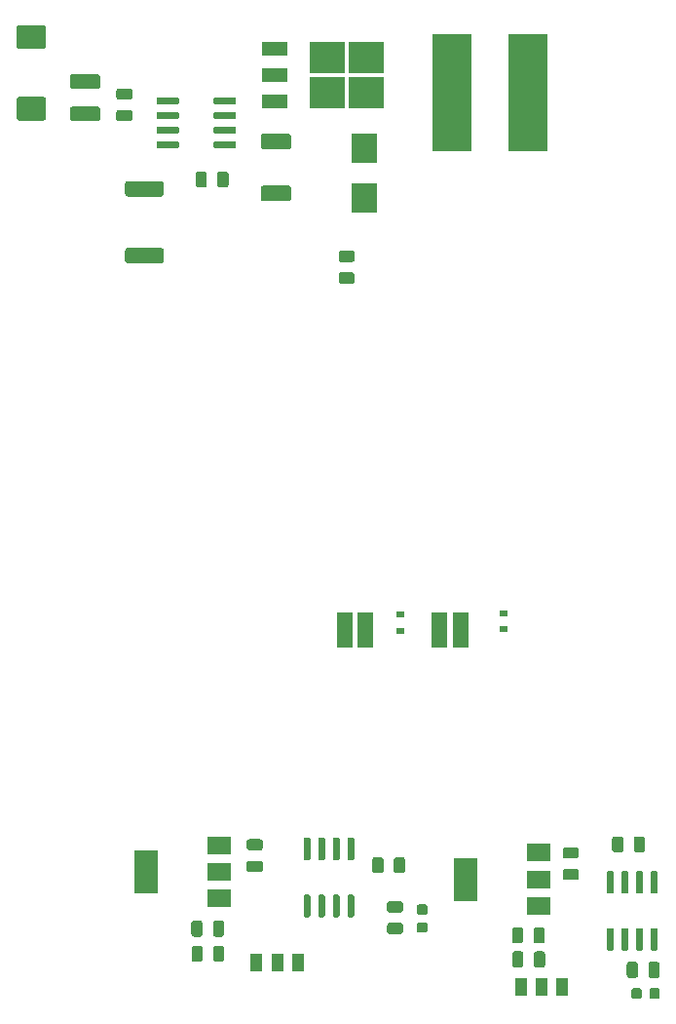
<source format=gbr>
G04 #@! TF.GenerationSoftware,KiCad,Pcbnew,(5.1.5)-3*
G04 #@! TF.CreationDate,2020-11-11T17:48:52-05:00*
G04 #@! TF.ProjectId,sensor_dmf_board,73656e73-6f72-45f6-946d-665f626f6172,rev?*
G04 #@! TF.SameCoordinates,Original*
G04 #@! TF.FileFunction,Paste,Top*
G04 #@! TF.FilePolarity,Positive*
%FSLAX46Y46*%
G04 Gerber Fmt 4.6, Leading zero omitted, Abs format (unit mm)*
G04 Created by KiCad (PCBNEW (5.1.5)-3) date 2020-11-11 17:48:52*
%MOMM*%
%LPD*%
G04 APERTURE LIST*
%ADD10R,1.000000X1.500000*%
%ADD11C,0.100000*%
%ADD12R,3.050000X2.750000*%
%ADD13R,2.200000X1.200000*%
%ADD14R,2.300000X2.500000*%
%ADD15R,1.330000X3.150000*%
%ADD16R,3.500000X10.200000*%
%ADD17R,0.700000X0.600000*%
%ADD18R,2.000000X1.500000*%
%ADD19R,2.000000X3.800000*%
G04 APERTURE END LIST*
D10*
X163246660Y-146608800D03*
X165046660Y-146608800D03*
X166846660Y-146608800D03*
X140285060Y-144477740D03*
X142085060Y-144477740D03*
X143885060Y-144477740D03*
D11*
G36*
X173538791Y-146703813D02*
G01*
X173560026Y-146706963D01*
X173580850Y-146712179D01*
X173601062Y-146719411D01*
X173620468Y-146728590D01*
X173638881Y-146739626D01*
X173656124Y-146752414D01*
X173672030Y-146766830D01*
X173686446Y-146782736D01*
X173699234Y-146799979D01*
X173710270Y-146818392D01*
X173719449Y-146837798D01*
X173726681Y-146858010D01*
X173731897Y-146878834D01*
X173735047Y-146900069D01*
X173736100Y-146921510D01*
X173736100Y-147434010D01*
X173735047Y-147455451D01*
X173731897Y-147476686D01*
X173726681Y-147497510D01*
X173719449Y-147517722D01*
X173710270Y-147537128D01*
X173699234Y-147555541D01*
X173686446Y-147572784D01*
X173672030Y-147588690D01*
X173656124Y-147603106D01*
X173638881Y-147615894D01*
X173620468Y-147626930D01*
X173601062Y-147636109D01*
X173580850Y-147643341D01*
X173560026Y-147648557D01*
X173538791Y-147651707D01*
X173517350Y-147652760D01*
X173079850Y-147652760D01*
X173058409Y-147651707D01*
X173037174Y-147648557D01*
X173016350Y-147643341D01*
X172996138Y-147636109D01*
X172976732Y-147626930D01*
X172958319Y-147615894D01*
X172941076Y-147603106D01*
X172925170Y-147588690D01*
X172910754Y-147572784D01*
X172897966Y-147555541D01*
X172886930Y-147537128D01*
X172877751Y-147517722D01*
X172870519Y-147497510D01*
X172865303Y-147476686D01*
X172862153Y-147455451D01*
X172861100Y-147434010D01*
X172861100Y-146921510D01*
X172862153Y-146900069D01*
X172865303Y-146878834D01*
X172870519Y-146858010D01*
X172877751Y-146837798D01*
X172886930Y-146818392D01*
X172897966Y-146799979D01*
X172910754Y-146782736D01*
X172925170Y-146766830D01*
X172941076Y-146752414D01*
X172958319Y-146739626D01*
X172976732Y-146728590D01*
X172996138Y-146719411D01*
X173016350Y-146712179D01*
X173037174Y-146706963D01*
X173058409Y-146703813D01*
X173079850Y-146702760D01*
X173517350Y-146702760D01*
X173538791Y-146703813D01*
G37*
G36*
X175113791Y-146703813D02*
G01*
X175135026Y-146706963D01*
X175155850Y-146712179D01*
X175176062Y-146719411D01*
X175195468Y-146728590D01*
X175213881Y-146739626D01*
X175231124Y-146752414D01*
X175247030Y-146766830D01*
X175261446Y-146782736D01*
X175274234Y-146799979D01*
X175285270Y-146818392D01*
X175294449Y-146837798D01*
X175301681Y-146858010D01*
X175306897Y-146878834D01*
X175310047Y-146900069D01*
X175311100Y-146921510D01*
X175311100Y-147434010D01*
X175310047Y-147455451D01*
X175306897Y-147476686D01*
X175301681Y-147497510D01*
X175294449Y-147517722D01*
X175285270Y-147537128D01*
X175274234Y-147555541D01*
X175261446Y-147572784D01*
X175247030Y-147588690D01*
X175231124Y-147603106D01*
X175213881Y-147615894D01*
X175195468Y-147626930D01*
X175176062Y-147636109D01*
X175155850Y-147643341D01*
X175135026Y-147648557D01*
X175113791Y-147651707D01*
X175092350Y-147652760D01*
X174654850Y-147652760D01*
X174633409Y-147651707D01*
X174612174Y-147648557D01*
X174591350Y-147643341D01*
X174571138Y-147636109D01*
X174551732Y-147626930D01*
X174533319Y-147615894D01*
X174516076Y-147603106D01*
X174500170Y-147588690D01*
X174485754Y-147572784D01*
X174472966Y-147555541D01*
X174461930Y-147537128D01*
X174452751Y-147517722D01*
X174445519Y-147497510D01*
X174440303Y-147476686D01*
X174437153Y-147455451D01*
X174436100Y-147434010D01*
X174436100Y-146921510D01*
X174437153Y-146900069D01*
X174440303Y-146878834D01*
X174445519Y-146858010D01*
X174452751Y-146837798D01*
X174461930Y-146818392D01*
X174472966Y-146799979D01*
X174485754Y-146782736D01*
X174500170Y-146766830D01*
X174516076Y-146752414D01*
X174533319Y-146739626D01*
X174551732Y-146728590D01*
X174571138Y-146719411D01*
X174591350Y-146712179D01*
X174612174Y-146706963D01*
X174633409Y-146703813D01*
X174654850Y-146702760D01*
X175092350Y-146702760D01*
X175113791Y-146703813D01*
G37*
G36*
X154943371Y-141018693D02*
G01*
X154964606Y-141021843D01*
X154985430Y-141027059D01*
X155005642Y-141034291D01*
X155025048Y-141043470D01*
X155043461Y-141054506D01*
X155060704Y-141067294D01*
X155076610Y-141081710D01*
X155091026Y-141097616D01*
X155103814Y-141114859D01*
X155114850Y-141133272D01*
X155124029Y-141152678D01*
X155131261Y-141172890D01*
X155136477Y-141193714D01*
X155139627Y-141214949D01*
X155140680Y-141236390D01*
X155140680Y-141673890D01*
X155139627Y-141695331D01*
X155136477Y-141716566D01*
X155131261Y-141737390D01*
X155124029Y-141757602D01*
X155114850Y-141777008D01*
X155103814Y-141795421D01*
X155091026Y-141812664D01*
X155076610Y-141828570D01*
X155060704Y-141842986D01*
X155043461Y-141855774D01*
X155025048Y-141866810D01*
X155005642Y-141875989D01*
X154985430Y-141883221D01*
X154964606Y-141888437D01*
X154943371Y-141891587D01*
X154921930Y-141892640D01*
X154409430Y-141892640D01*
X154387989Y-141891587D01*
X154366754Y-141888437D01*
X154345930Y-141883221D01*
X154325718Y-141875989D01*
X154306312Y-141866810D01*
X154287899Y-141855774D01*
X154270656Y-141842986D01*
X154254750Y-141828570D01*
X154240334Y-141812664D01*
X154227546Y-141795421D01*
X154216510Y-141777008D01*
X154207331Y-141757602D01*
X154200099Y-141737390D01*
X154194883Y-141716566D01*
X154191733Y-141695331D01*
X154190680Y-141673890D01*
X154190680Y-141236390D01*
X154191733Y-141214949D01*
X154194883Y-141193714D01*
X154200099Y-141172890D01*
X154207331Y-141152678D01*
X154216510Y-141133272D01*
X154227546Y-141114859D01*
X154240334Y-141097616D01*
X154254750Y-141081710D01*
X154270656Y-141067294D01*
X154287899Y-141054506D01*
X154306312Y-141043470D01*
X154325718Y-141034291D01*
X154345930Y-141027059D01*
X154366754Y-141021843D01*
X154387989Y-141018693D01*
X154409430Y-141017640D01*
X154921930Y-141017640D01*
X154943371Y-141018693D01*
G37*
G36*
X154943371Y-139443693D02*
G01*
X154964606Y-139446843D01*
X154985430Y-139452059D01*
X155005642Y-139459291D01*
X155025048Y-139468470D01*
X155043461Y-139479506D01*
X155060704Y-139492294D01*
X155076610Y-139506710D01*
X155091026Y-139522616D01*
X155103814Y-139539859D01*
X155114850Y-139558272D01*
X155124029Y-139577678D01*
X155131261Y-139597890D01*
X155136477Y-139618714D01*
X155139627Y-139639949D01*
X155140680Y-139661390D01*
X155140680Y-140098890D01*
X155139627Y-140120331D01*
X155136477Y-140141566D01*
X155131261Y-140162390D01*
X155124029Y-140182602D01*
X155114850Y-140202008D01*
X155103814Y-140220421D01*
X155091026Y-140237664D01*
X155076610Y-140253570D01*
X155060704Y-140267986D01*
X155043461Y-140280774D01*
X155025048Y-140291810D01*
X155005642Y-140300989D01*
X154985430Y-140308221D01*
X154964606Y-140313437D01*
X154943371Y-140316587D01*
X154921930Y-140317640D01*
X154409430Y-140317640D01*
X154387989Y-140316587D01*
X154366754Y-140313437D01*
X154345930Y-140308221D01*
X154325718Y-140300989D01*
X154306312Y-140291810D01*
X154287899Y-140280774D01*
X154270656Y-140267986D01*
X154254750Y-140253570D01*
X154240334Y-140237664D01*
X154227546Y-140220421D01*
X154216510Y-140202008D01*
X154207331Y-140182602D01*
X154200099Y-140162390D01*
X154194883Y-140141566D01*
X154191733Y-140120331D01*
X154190680Y-140098890D01*
X154190680Y-139661390D01*
X154191733Y-139639949D01*
X154194883Y-139618714D01*
X154200099Y-139597890D01*
X154207331Y-139577678D01*
X154216510Y-139558272D01*
X154227546Y-139539859D01*
X154240334Y-139522616D01*
X154254750Y-139506710D01*
X154270656Y-139492294D01*
X154287899Y-139479506D01*
X154306312Y-139468470D01*
X154325718Y-139459291D01*
X154345930Y-139452059D01*
X154366754Y-139446843D01*
X154387989Y-139443693D01*
X154409430Y-139442640D01*
X154921930Y-139442640D01*
X154943371Y-139443693D01*
G37*
D12*
X146466820Y-68973700D03*
X149816820Y-65923700D03*
X146466820Y-65923700D03*
X149816820Y-68973700D03*
D13*
X141841820Y-69728700D03*
X141841820Y-67448700D03*
X141841820Y-65168700D03*
D11*
G36*
X144820243Y-133649762D02*
G01*
X144834804Y-133651922D01*
X144849083Y-133655499D01*
X144862943Y-133660458D01*
X144876250Y-133666752D01*
X144888876Y-133674320D01*
X144900699Y-133683088D01*
X144911606Y-133692974D01*
X144921492Y-133703881D01*
X144930260Y-133715704D01*
X144937828Y-133728330D01*
X144944122Y-133741637D01*
X144949081Y-133755497D01*
X144952658Y-133769776D01*
X144954818Y-133784337D01*
X144955540Y-133799040D01*
X144955540Y-135449040D01*
X144954818Y-135463743D01*
X144952658Y-135478304D01*
X144949081Y-135492583D01*
X144944122Y-135506443D01*
X144937828Y-135519750D01*
X144930260Y-135532376D01*
X144921492Y-135544199D01*
X144911606Y-135555106D01*
X144900699Y-135564992D01*
X144888876Y-135573760D01*
X144876250Y-135581328D01*
X144862943Y-135587622D01*
X144849083Y-135592581D01*
X144834804Y-135596158D01*
X144820243Y-135598318D01*
X144805540Y-135599040D01*
X144505540Y-135599040D01*
X144490837Y-135598318D01*
X144476276Y-135596158D01*
X144461997Y-135592581D01*
X144448137Y-135587622D01*
X144434830Y-135581328D01*
X144422204Y-135573760D01*
X144410381Y-135564992D01*
X144399474Y-135555106D01*
X144389588Y-135544199D01*
X144380820Y-135532376D01*
X144373252Y-135519750D01*
X144366958Y-135506443D01*
X144361999Y-135492583D01*
X144358422Y-135478304D01*
X144356262Y-135463743D01*
X144355540Y-135449040D01*
X144355540Y-133799040D01*
X144356262Y-133784337D01*
X144358422Y-133769776D01*
X144361999Y-133755497D01*
X144366958Y-133741637D01*
X144373252Y-133728330D01*
X144380820Y-133715704D01*
X144389588Y-133703881D01*
X144399474Y-133692974D01*
X144410381Y-133683088D01*
X144422204Y-133674320D01*
X144434830Y-133666752D01*
X144448137Y-133660458D01*
X144461997Y-133655499D01*
X144476276Y-133651922D01*
X144490837Y-133649762D01*
X144505540Y-133649040D01*
X144805540Y-133649040D01*
X144820243Y-133649762D01*
G37*
G36*
X146090243Y-133649762D02*
G01*
X146104804Y-133651922D01*
X146119083Y-133655499D01*
X146132943Y-133660458D01*
X146146250Y-133666752D01*
X146158876Y-133674320D01*
X146170699Y-133683088D01*
X146181606Y-133692974D01*
X146191492Y-133703881D01*
X146200260Y-133715704D01*
X146207828Y-133728330D01*
X146214122Y-133741637D01*
X146219081Y-133755497D01*
X146222658Y-133769776D01*
X146224818Y-133784337D01*
X146225540Y-133799040D01*
X146225540Y-135449040D01*
X146224818Y-135463743D01*
X146222658Y-135478304D01*
X146219081Y-135492583D01*
X146214122Y-135506443D01*
X146207828Y-135519750D01*
X146200260Y-135532376D01*
X146191492Y-135544199D01*
X146181606Y-135555106D01*
X146170699Y-135564992D01*
X146158876Y-135573760D01*
X146146250Y-135581328D01*
X146132943Y-135587622D01*
X146119083Y-135592581D01*
X146104804Y-135596158D01*
X146090243Y-135598318D01*
X146075540Y-135599040D01*
X145775540Y-135599040D01*
X145760837Y-135598318D01*
X145746276Y-135596158D01*
X145731997Y-135592581D01*
X145718137Y-135587622D01*
X145704830Y-135581328D01*
X145692204Y-135573760D01*
X145680381Y-135564992D01*
X145669474Y-135555106D01*
X145659588Y-135544199D01*
X145650820Y-135532376D01*
X145643252Y-135519750D01*
X145636958Y-135506443D01*
X145631999Y-135492583D01*
X145628422Y-135478304D01*
X145626262Y-135463743D01*
X145625540Y-135449040D01*
X145625540Y-133799040D01*
X145626262Y-133784337D01*
X145628422Y-133769776D01*
X145631999Y-133755497D01*
X145636958Y-133741637D01*
X145643252Y-133728330D01*
X145650820Y-133715704D01*
X145659588Y-133703881D01*
X145669474Y-133692974D01*
X145680381Y-133683088D01*
X145692204Y-133674320D01*
X145704830Y-133666752D01*
X145718137Y-133660458D01*
X145731997Y-133655499D01*
X145746276Y-133651922D01*
X145760837Y-133649762D01*
X145775540Y-133649040D01*
X146075540Y-133649040D01*
X146090243Y-133649762D01*
G37*
G36*
X147360243Y-133649762D02*
G01*
X147374804Y-133651922D01*
X147389083Y-133655499D01*
X147402943Y-133660458D01*
X147416250Y-133666752D01*
X147428876Y-133674320D01*
X147440699Y-133683088D01*
X147451606Y-133692974D01*
X147461492Y-133703881D01*
X147470260Y-133715704D01*
X147477828Y-133728330D01*
X147484122Y-133741637D01*
X147489081Y-133755497D01*
X147492658Y-133769776D01*
X147494818Y-133784337D01*
X147495540Y-133799040D01*
X147495540Y-135449040D01*
X147494818Y-135463743D01*
X147492658Y-135478304D01*
X147489081Y-135492583D01*
X147484122Y-135506443D01*
X147477828Y-135519750D01*
X147470260Y-135532376D01*
X147461492Y-135544199D01*
X147451606Y-135555106D01*
X147440699Y-135564992D01*
X147428876Y-135573760D01*
X147416250Y-135581328D01*
X147402943Y-135587622D01*
X147389083Y-135592581D01*
X147374804Y-135596158D01*
X147360243Y-135598318D01*
X147345540Y-135599040D01*
X147045540Y-135599040D01*
X147030837Y-135598318D01*
X147016276Y-135596158D01*
X147001997Y-135592581D01*
X146988137Y-135587622D01*
X146974830Y-135581328D01*
X146962204Y-135573760D01*
X146950381Y-135564992D01*
X146939474Y-135555106D01*
X146929588Y-135544199D01*
X146920820Y-135532376D01*
X146913252Y-135519750D01*
X146906958Y-135506443D01*
X146901999Y-135492583D01*
X146898422Y-135478304D01*
X146896262Y-135463743D01*
X146895540Y-135449040D01*
X146895540Y-133799040D01*
X146896262Y-133784337D01*
X146898422Y-133769776D01*
X146901999Y-133755497D01*
X146906958Y-133741637D01*
X146913252Y-133728330D01*
X146920820Y-133715704D01*
X146929588Y-133703881D01*
X146939474Y-133692974D01*
X146950381Y-133683088D01*
X146962204Y-133674320D01*
X146974830Y-133666752D01*
X146988137Y-133660458D01*
X147001997Y-133655499D01*
X147016276Y-133651922D01*
X147030837Y-133649762D01*
X147045540Y-133649040D01*
X147345540Y-133649040D01*
X147360243Y-133649762D01*
G37*
G36*
X148630243Y-133649762D02*
G01*
X148644804Y-133651922D01*
X148659083Y-133655499D01*
X148672943Y-133660458D01*
X148686250Y-133666752D01*
X148698876Y-133674320D01*
X148710699Y-133683088D01*
X148721606Y-133692974D01*
X148731492Y-133703881D01*
X148740260Y-133715704D01*
X148747828Y-133728330D01*
X148754122Y-133741637D01*
X148759081Y-133755497D01*
X148762658Y-133769776D01*
X148764818Y-133784337D01*
X148765540Y-133799040D01*
X148765540Y-135449040D01*
X148764818Y-135463743D01*
X148762658Y-135478304D01*
X148759081Y-135492583D01*
X148754122Y-135506443D01*
X148747828Y-135519750D01*
X148740260Y-135532376D01*
X148731492Y-135544199D01*
X148721606Y-135555106D01*
X148710699Y-135564992D01*
X148698876Y-135573760D01*
X148686250Y-135581328D01*
X148672943Y-135587622D01*
X148659083Y-135592581D01*
X148644804Y-135596158D01*
X148630243Y-135598318D01*
X148615540Y-135599040D01*
X148315540Y-135599040D01*
X148300837Y-135598318D01*
X148286276Y-135596158D01*
X148271997Y-135592581D01*
X148258137Y-135587622D01*
X148244830Y-135581328D01*
X148232204Y-135573760D01*
X148220381Y-135564992D01*
X148209474Y-135555106D01*
X148199588Y-135544199D01*
X148190820Y-135532376D01*
X148183252Y-135519750D01*
X148176958Y-135506443D01*
X148171999Y-135492583D01*
X148168422Y-135478304D01*
X148166262Y-135463743D01*
X148165540Y-135449040D01*
X148165540Y-133799040D01*
X148166262Y-133784337D01*
X148168422Y-133769776D01*
X148171999Y-133755497D01*
X148176958Y-133741637D01*
X148183252Y-133728330D01*
X148190820Y-133715704D01*
X148199588Y-133703881D01*
X148209474Y-133692974D01*
X148220381Y-133683088D01*
X148232204Y-133674320D01*
X148244830Y-133666752D01*
X148258137Y-133660458D01*
X148271997Y-133655499D01*
X148286276Y-133651922D01*
X148300837Y-133649762D01*
X148315540Y-133649040D01*
X148615540Y-133649040D01*
X148630243Y-133649762D01*
G37*
G36*
X148630243Y-138599762D02*
G01*
X148644804Y-138601922D01*
X148659083Y-138605499D01*
X148672943Y-138610458D01*
X148686250Y-138616752D01*
X148698876Y-138624320D01*
X148710699Y-138633088D01*
X148721606Y-138642974D01*
X148731492Y-138653881D01*
X148740260Y-138665704D01*
X148747828Y-138678330D01*
X148754122Y-138691637D01*
X148759081Y-138705497D01*
X148762658Y-138719776D01*
X148764818Y-138734337D01*
X148765540Y-138749040D01*
X148765540Y-140399040D01*
X148764818Y-140413743D01*
X148762658Y-140428304D01*
X148759081Y-140442583D01*
X148754122Y-140456443D01*
X148747828Y-140469750D01*
X148740260Y-140482376D01*
X148731492Y-140494199D01*
X148721606Y-140505106D01*
X148710699Y-140514992D01*
X148698876Y-140523760D01*
X148686250Y-140531328D01*
X148672943Y-140537622D01*
X148659083Y-140542581D01*
X148644804Y-140546158D01*
X148630243Y-140548318D01*
X148615540Y-140549040D01*
X148315540Y-140549040D01*
X148300837Y-140548318D01*
X148286276Y-140546158D01*
X148271997Y-140542581D01*
X148258137Y-140537622D01*
X148244830Y-140531328D01*
X148232204Y-140523760D01*
X148220381Y-140514992D01*
X148209474Y-140505106D01*
X148199588Y-140494199D01*
X148190820Y-140482376D01*
X148183252Y-140469750D01*
X148176958Y-140456443D01*
X148171999Y-140442583D01*
X148168422Y-140428304D01*
X148166262Y-140413743D01*
X148165540Y-140399040D01*
X148165540Y-138749040D01*
X148166262Y-138734337D01*
X148168422Y-138719776D01*
X148171999Y-138705497D01*
X148176958Y-138691637D01*
X148183252Y-138678330D01*
X148190820Y-138665704D01*
X148199588Y-138653881D01*
X148209474Y-138642974D01*
X148220381Y-138633088D01*
X148232204Y-138624320D01*
X148244830Y-138616752D01*
X148258137Y-138610458D01*
X148271997Y-138605499D01*
X148286276Y-138601922D01*
X148300837Y-138599762D01*
X148315540Y-138599040D01*
X148615540Y-138599040D01*
X148630243Y-138599762D01*
G37*
G36*
X147360243Y-138599762D02*
G01*
X147374804Y-138601922D01*
X147389083Y-138605499D01*
X147402943Y-138610458D01*
X147416250Y-138616752D01*
X147428876Y-138624320D01*
X147440699Y-138633088D01*
X147451606Y-138642974D01*
X147461492Y-138653881D01*
X147470260Y-138665704D01*
X147477828Y-138678330D01*
X147484122Y-138691637D01*
X147489081Y-138705497D01*
X147492658Y-138719776D01*
X147494818Y-138734337D01*
X147495540Y-138749040D01*
X147495540Y-140399040D01*
X147494818Y-140413743D01*
X147492658Y-140428304D01*
X147489081Y-140442583D01*
X147484122Y-140456443D01*
X147477828Y-140469750D01*
X147470260Y-140482376D01*
X147461492Y-140494199D01*
X147451606Y-140505106D01*
X147440699Y-140514992D01*
X147428876Y-140523760D01*
X147416250Y-140531328D01*
X147402943Y-140537622D01*
X147389083Y-140542581D01*
X147374804Y-140546158D01*
X147360243Y-140548318D01*
X147345540Y-140549040D01*
X147045540Y-140549040D01*
X147030837Y-140548318D01*
X147016276Y-140546158D01*
X147001997Y-140542581D01*
X146988137Y-140537622D01*
X146974830Y-140531328D01*
X146962204Y-140523760D01*
X146950381Y-140514992D01*
X146939474Y-140505106D01*
X146929588Y-140494199D01*
X146920820Y-140482376D01*
X146913252Y-140469750D01*
X146906958Y-140456443D01*
X146901999Y-140442583D01*
X146898422Y-140428304D01*
X146896262Y-140413743D01*
X146895540Y-140399040D01*
X146895540Y-138749040D01*
X146896262Y-138734337D01*
X146898422Y-138719776D01*
X146901999Y-138705497D01*
X146906958Y-138691637D01*
X146913252Y-138678330D01*
X146920820Y-138665704D01*
X146929588Y-138653881D01*
X146939474Y-138642974D01*
X146950381Y-138633088D01*
X146962204Y-138624320D01*
X146974830Y-138616752D01*
X146988137Y-138610458D01*
X147001997Y-138605499D01*
X147016276Y-138601922D01*
X147030837Y-138599762D01*
X147045540Y-138599040D01*
X147345540Y-138599040D01*
X147360243Y-138599762D01*
G37*
G36*
X146090243Y-138599762D02*
G01*
X146104804Y-138601922D01*
X146119083Y-138605499D01*
X146132943Y-138610458D01*
X146146250Y-138616752D01*
X146158876Y-138624320D01*
X146170699Y-138633088D01*
X146181606Y-138642974D01*
X146191492Y-138653881D01*
X146200260Y-138665704D01*
X146207828Y-138678330D01*
X146214122Y-138691637D01*
X146219081Y-138705497D01*
X146222658Y-138719776D01*
X146224818Y-138734337D01*
X146225540Y-138749040D01*
X146225540Y-140399040D01*
X146224818Y-140413743D01*
X146222658Y-140428304D01*
X146219081Y-140442583D01*
X146214122Y-140456443D01*
X146207828Y-140469750D01*
X146200260Y-140482376D01*
X146191492Y-140494199D01*
X146181606Y-140505106D01*
X146170699Y-140514992D01*
X146158876Y-140523760D01*
X146146250Y-140531328D01*
X146132943Y-140537622D01*
X146119083Y-140542581D01*
X146104804Y-140546158D01*
X146090243Y-140548318D01*
X146075540Y-140549040D01*
X145775540Y-140549040D01*
X145760837Y-140548318D01*
X145746276Y-140546158D01*
X145731997Y-140542581D01*
X145718137Y-140537622D01*
X145704830Y-140531328D01*
X145692204Y-140523760D01*
X145680381Y-140514992D01*
X145669474Y-140505106D01*
X145659588Y-140494199D01*
X145650820Y-140482376D01*
X145643252Y-140469750D01*
X145636958Y-140456443D01*
X145631999Y-140442583D01*
X145628422Y-140428304D01*
X145626262Y-140413743D01*
X145625540Y-140399040D01*
X145625540Y-138749040D01*
X145626262Y-138734337D01*
X145628422Y-138719776D01*
X145631999Y-138705497D01*
X145636958Y-138691637D01*
X145643252Y-138678330D01*
X145650820Y-138665704D01*
X145659588Y-138653881D01*
X145669474Y-138642974D01*
X145680381Y-138633088D01*
X145692204Y-138624320D01*
X145704830Y-138616752D01*
X145718137Y-138610458D01*
X145731997Y-138605499D01*
X145746276Y-138601922D01*
X145760837Y-138599762D01*
X145775540Y-138599040D01*
X146075540Y-138599040D01*
X146090243Y-138599762D01*
G37*
G36*
X144820243Y-138599762D02*
G01*
X144834804Y-138601922D01*
X144849083Y-138605499D01*
X144862943Y-138610458D01*
X144876250Y-138616752D01*
X144888876Y-138624320D01*
X144900699Y-138633088D01*
X144911606Y-138642974D01*
X144921492Y-138653881D01*
X144930260Y-138665704D01*
X144937828Y-138678330D01*
X144944122Y-138691637D01*
X144949081Y-138705497D01*
X144952658Y-138719776D01*
X144954818Y-138734337D01*
X144955540Y-138749040D01*
X144955540Y-140399040D01*
X144954818Y-140413743D01*
X144952658Y-140428304D01*
X144949081Y-140442583D01*
X144944122Y-140456443D01*
X144937828Y-140469750D01*
X144930260Y-140482376D01*
X144921492Y-140494199D01*
X144911606Y-140505106D01*
X144900699Y-140514992D01*
X144888876Y-140523760D01*
X144876250Y-140531328D01*
X144862943Y-140537622D01*
X144849083Y-140542581D01*
X144834804Y-140546158D01*
X144820243Y-140548318D01*
X144805540Y-140549040D01*
X144505540Y-140549040D01*
X144490837Y-140548318D01*
X144476276Y-140546158D01*
X144461997Y-140542581D01*
X144448137Y-140537622D01*
X144434830Y-140531328D01*
X144422204Y-140523760D01*
X144410381Y-140514992D01*
X144399474Y-140505106D01*
X144389588Y-140494199D01*
X144380820Y-140482376D01*
X144373252Y-140469750D01*
X144366958Y-140456443D01*
X144361999Y-140442583D01*
X144358422Y-140428304D01*
X144356262Y-140413743D01*
X144355540Y-140399040D01*
X144355540Y-138749040D01*
X144356262Y-138734337D01*
X144358422Y-138719776D01*
X144361999Y-138705497D01*
X144366958Y-138691637D01*
X144373252Y-138678330D01*
X144380820Y-138665704D01*
X144389588Y-138653881D01*
X144399474Y-138642974D01*
X144410381Y-138633088D01*
X144422204Y-138624320D01*
X144434830Y-138616752D01*
X144448137Y-138610458D01*
X144461997Y-138605499D01*
X144476276Y-138601922D01*
X144490837Y-138599762D01*
X144505540Y-138599040D01*
X144805540Y-138599040D01*
X144820243Y-138599762D01*
G37*
D14*
X149656800Y-73817480D03*
X149656800Y-78117480D03*
D15*
X149760000Y-115595000D03*
X147930000Y-115595000D03*
X158020000Y-115595000D03*
X156190000Y-115595000D03*
D16*
X157265560Y-68973700D03*
X163865560Y-68973700D03*
D11*
G36*
X173216242Y-144421534D02*
G01*
X173239903Y-144425044D01*
X173263107Y-144430856D01*
X173285629Y-144438914D01*
X173307253Y-144449142D01*
X173327770Y-144461439D01*
X173346983Y-144475689D01*
X173364707Y-144491753D01*
X173380771Y-144509477D01*
X173395021Y-144528690D01*
X173407318Y-144549207D01*
X173417546Y-144570831D01*
X173425604Y-144593353D01*
X173431416Y-144616557D01*
X173434926Y-144640218D01*
X173436100Y-144664110D01*
X173436100Y-145576610D01*
X173434926Y-145600502D01*
X173431416Y-145624163D01*
X173425604Y-145647367D01*
X173417546Y-145669889D01*
X173407318Y-145691513D01*
X173395021Y-145712030D01*
X173380771Y-145731243D01*
X173364707Y-145748967D01*
X173346983Y-145765031D01*
X173327770Y-145779281D01*
X173307253Y-145791578D01*
X173285629Y-145801806D01*
X173263107Y-145809864D01*
X173239903Y-145815676D01*
X173216242Y-145819186D01*
X173192350Y-145820360D01*
X172704850Y-145820360D01*
X172680958Y-145819186D01*
X172657297Y-145815676D01*
X172634093Y-145809864D01*
X172611571Y-145801806D01*
X172589947Y-145791578D01*
X172569430Y-145779281D01*
X172550217Y-145765031D01*
X172532493Y-145748967D01*
X172516429Y-145731243D01*
X172502179Y-145712030D01*
X172489882Y-145691513D01*
X172479654Y-145669889D01*
X172471596Y-145647367D01*
X172465784Y-145624163D01*
X172462274Y-145600502D01*
X172461100Y-145576610D01*
X172461100Y-144664110D01*
X172462274Y-144640218D01*
X172465784Y-144616557D01*
X172471596Y-144593353D01*
X172479654Y-144570831D01*
X172489882Y-144549207D01*
X172502179Y-144528690D01*
X172516429Y-144509477D01*
X172532493Y-144491753D01*
X172550217Y-144475689D01*
X172569430Y-144461439D01*
X172589947Y-144449142D01*
X172611571Y-144438914D01*
X172634093Y-144430856D01*
X172657297Y-144425044D01*
X172680958Y-144421534D01*
X172704850Y-144420360D01*
X173192350Y-144420360D01*
X173216242Y-144421534D01*
G37*
G36*
X175091242Y-144421534D02*
G01*
X175114903Y-144425044D01*
X175138107Y-144430856D01*
X175160629Y-144438914D01*
X175182253Y-144449142D01*
X175202770Y-144461439D01*
X175221983Y-144475689D01*
X175239707Y-144491753D01*
X175255771Y-144509477D01*
X175270021Y-144528690D01*
X175282318Y-144549207D01*
X175292546Y-144570831D01*
X175300604Y-144593353D01*
X175306416Y-144616557D01*
X175309926Y-144640218D01*
X175311100Y-144664110D01*
X175311100Y-145576610D01*
X175309926Y-145600502D01*
X175306416Y-145624163D01*
X175300604Y-145647367D01*
X175292546Y-145669889D01*
X175282318Y-145691513D01*
X175270021Y-145712030D01*
X175255771Y-145731243D01*
X175239707Y-145748967D01*
X175221983Y-145765031D01*
X175202770Y-145779281D01*
X175182253Y-145791578D01*
X175160629Y-145801806D01*
X175138107Y-145809864D01*
X175114903Y-145815676D01*
X175091242Y-145819186D01*
X175067350Y-145820360D01*
X174579850Y-145820360D01*
X174555958Y-145819186D01*
X174532297Y-145815676D01*
X174509093Y-145809864D01*
X174486571Y-145801806D01*
X174464947Y-145791578D01*
X174444430Y-145779281D01*
X174425217Y-145765031D01*
X174407493Y-145748967D01*
X174391429Y-145731243D01*
X174377179Y-145712030D01*
X174364882Y-145691513D01*
X174354654Y-145669889D01*
X174346596Y-145647367D01*
X174340784Y-145624163D01*
X174337274Y-145600502D01*
X174336100Y-145576610D01*
X174336100Y-144664110D01*
X174337274Y-144640218D01*
X174340784Y-144616557D01*
X174346596Y-144593353D01*
X174354654Y-144570831D01*
X174364882Y-144549207D01*
X174377179Y-144528690D01*
X174391429Y-144509477D01*
X174407493Y-144491753D01*
X174425217Y-144475689D01*
X174444430Y-144461439D01*
X174464947Y-144449142D01*
X174486571Y-144438914D01*
X174509093Y-144430856D01*
X174532297Y-144425044D01*
X174555958Y-144421534D01*
X174579850Y-144420360D01*
X175067350Y-144420360D01*
X175091242Y-144421534D01*
G37*
G36*
X152803942Y-141035094D02*
G01*
X152827603Y-141038604D01*
X152850807Y-141044416D01*
X152873329Y-141052474D01*
X152894953Y-141062702D01*
X152915470Y-141074999D01*
X152934683Y-141089249D01*
X152952407Y-141105313D01*
X152968471Y-141123037D01*
X152982721Y-141142250D01*
X152995018Y-141162767D01*
X153005246Y-141184391D01*
X153013304Y-141206913D01*
X153019116Y-141230117D01*
X153022626Y-141253778D01*
X153023800Y-141277670D01*
X153023800Y-141765170D01*
X153022626Y-141789062D01*
X153019116Y-141812723D01*
X153013304Y-141835927D01*
X153005246Y-141858449D01*
X152995018Y-141880073D01*
X152982721Y-141900590D01*
X152968471Y-141919803D01*
X152952407Y-141937527D01*
X152934683Y-141953591D01*
X152915470Y-141967841D01*
X152894953Y-141980138D01*
X152873329Y-141990366D01*
X152850807Y-141998424D01*
X152827603Y-142004236D01*
X152803942Y-142007746D01*
X152780050Y-142008920D01*
X151867550Y-142008920D01*
X151843658Y-142007746D01*
X151819997Y-142004236D01*
X151796793Y-141998424D01*
X151774271Y-141990366D01*
X151752647Y-141980138D01*
X151732130Y-141967841D01*
X151712917Y-141953591D01*
X151695193Y-141937527D01*
X151679129Y-141919803D01*
X151664879Y-141900590D01*
X151652582Y-141880073D01*
X151642354Y-141858449D01*
X151634296Y-141835927D01*
X151628484Y-141812723D01*
X151624974Y-141789062D01*
X151623800Y-141765170D01*
X151623800Y-141277670D01*
X151624974Y-141253778D01*
X151628484Y-141230117D01*
X151634296Y-141206913D01*
X151642354Y-141184391D01*
X151652582Y-141162767D01*
X151664879Y-141142250D01*
X151679129Y-141123037D01*
X151695193Y-141105313D01*
X151712917Y-141089249D01*
X151732130Y-141074999D01*
X151752647Y-141062702D01*
X151774271Y-141052474D01*
X151796793Y-141044416D01*
X151819997Y-141038604D01*
X151843658Y-141035094D01*
X151867550Y-141033920D01*
X152780050Y-141033920D01*
X152803942Y-141035094D01*
G37*
G36*
X152803942Y-139160094D02*
G01*
X152827603Y-139163604D01*
X152850807Y-139169416D01*
X152873329Y-139177474D01*
X152894953Y-139187702D01*
X152915470Y-139199999D01*
X152934683Y-139214249D01*
X152952407Y-139230313D01*
X152968471Y-139248037D01*
X152982721Y-139267250D01*
X152995018Y-139287767D01*
X153005246Y-139309391D01*
X153013304Y-139331913D01*
X153019116Y-139355117D01*
X153022626Y-139378778D01*
X153023800Y-139402670D01*
X153023800Y-139890170D01*
X153022626Y-139914062D01*
X153019116Y-139937723D01*
X153013304Y-139960927D01*
X153005246Y-139983449D01*
X152995018Y-140005073D01*
X152982721Y-140025590D01*
X152968471Y-140044803D01*
X152952407Y-140062527D01*
X152934683Y-140078591D01*
X152915470Y-140092841D01*
X152894953Y-140105138D01*
X152873329Y-140115366D01*
X152850807Y-140123424D01*
X152827603Y-140129236D01*
X152803942Y-140132746D01*
X152780050Y-140133920D01*
X151867550Y-140133920D01*
X151843658Y-140132746D01*
X151819997Y-140129236D01*
X151796793Y-140123424D01*
X151774271Y-140115366D01*
X151752647Y-140105138D01*
X151732130Y-140092841D01*
X151712917Y-140078591D01*
X151695193Y-140062527D01*
X151679129Y-140044803D01*
X151664879Y-140025590D01*
X151652582Y-140005073D01*
X151642354Y-139983449D01*
X151634296Y-139960927D01*
X151628484Y-139937723D01*
X151624974Y-139914062D01*
X151623800Y-139890170D01*
X151623800Y-139402670D01*
X151624974Y-139378778D01*
X151628484Y-139355117D01*
X151634296Y-139331913D01*
X151642354Y-139309391D01*
X151652582Y-139287767D01*
X151664879Y-139267250D01*
X151679129Y-139248037D01*
X151695193Y-139230313D01*
X151712917Y-139214249D01*
X151732130Y-139199999D01*
X151752647Y-139187702D01*
X151774271Y-139177474D01*
X151796793Y-139169416D01*
X151819997Y-139163604D01*
X151843658Y-139160094D01*
X151867550Y-139158920D01*
X152780050Y-139158920D01*
X152803942Y-139160094D01*
G37*
G36*
X171943462Y-133532554D02*
G01*
X171967123Y-133536064D01*
X171990327Y-133541876D01*
X172012849Y-133549934D01*
X172034473Y-133560162D01*
X172054990Y-133572459D01*
X172074203Y-133586709D01*
X172091927Y-133602773D01*
X172107991Y-133620497D01*
X172122241Y-133639710D01*
X172134538Y-133660227D01*
X172144766Y-133681851D01*
X172152824Y-133704373D01*
X172158636Y-133727577D01*
X172162146Y-133751238D01*
X172163320Y-133775130D01*
X172163320Y-134687630D01*
X172162146Y-134711522D01*
X172158636Y-134735183D01*
X172152824Y-134758387D01*
X172144766Y-134780909D01*
X172134538Y-134802533D01*
X172122241Y-134823050D01*
X172107991Y-134842263D01*
X172091927Y-134859987D01*
X172074203Y-134876051D01*
X172054990Y-134890301D01*
X172034473Y-134902598D01*
X172012849Y-134912826D01*
X171990327Y-134920884D01*
X171967123Y-134926696D01*
X171943462Y-134930206D01*
X171919570Y-134931380D01*
X171432070Y-134931380D01*
X171408178Y-134930206D01*
X171384517Y-134926696D01*
X171361313Y-134920884D01*
X171338791Y-134912826D01*
X171317167Y-134902598D01*
X171296650Y-134890301D01*
X171277437Y-134876051D01*
X171259713Y-134859987D01*
X171243649Y-134842263D01*
X171229399Y-134823050D01*
X171217102Y-134802533D01*
X171206874Y-134780909D01*
X171198816Y-134758387D01*
X171193004Y-134735183D01*
X171189494Y-134711522D01*
X171188320Y-134687630D01*
X171188320Y-133775130D01*
X171189494Y-133751238D01*
X171193004Y-133727577D01*
X171198816Y-133704373D01*
X171206874Y-133681851D01*
X171217102Y-133660227D01*
X171229399Y-133639710D01*
X171243649Y-133620497D01*
X171259713Y-133602773D01*
X171277437Y-133586709D01*
X171296650Y-133572459D01*
X171317167Y-133560162D01*
X171338791Y-133549934D01*
X171361313Y-133541876D01*
X171384517Y-133536064D01*
X171408178Y-133532554D01*
X171432070Y-133531380D01*
X171919570Y-133531380D01*
X171943462Y-133532554D01*
G37*
G36*
X173818462Y-133532554D02*
G01*
X173842123Y-133536064D01*
X173865327Y-133541876D01*
X173887849Y-133549934D01*
X173909473Y-133560162D01*
X173929990Y-133572459D01*
X173949203Y-133586709D01*
X173966927Y-133602773D01*
X173982991Y-133620497D01*
X173997241Y-133639710D01*
X174009538Y-133660227D01*
X174019766Y-133681851D01*
X174027824Y-133704373D01*
X174033636Y-133727577D01*
X174037146Y-133751238D01*
X174038320Y-133775130D01*
X174038320Y-134687630D01*
X174037146Y-134711522D01*
X174033636Y-134735183D01*
X174027824Y-134758387D01*
X174019766Y-134780909D01*
X174009538Y-134802533D01*
X173997241Y-134823050D01*
X173982991Y-134842263D01*
X173966927Y-134859987D01*
X173949203Y-134876051D01*
X173929990Y-134890301D01*
X173909473Y-134902598D01*
X173887849Y-134912826D01*
X173865327Y-134920884D01*
X173842123Y-134926696D01*
X173818462Y-134930206D01*
X173794570Y-134931380D01*
X173307070Y-134931380D01*
X173283178Y-134930206D01*
X173259517Y-134926696D01*
X173236313Y-134920884D01*
X173213791Y-134912826D01*
X173192167Y-134902598D01*
X173171650Y-134890301D01*
X173152437Y-134876051D01*
X173134713Y-134859987D01*
X173118649Y-134842263D01*
X173104399Y-134823050D01*
X173092102Y-134802533D01*
X173081874Y-134780909D01*
X173073816Y-134758387D01*
X173068004Y-134735183D01*
X173064494Y-134711522D01*
X173063320Y-134687630D01*
X173063320Y-133775130D01*
X173064494Y-133751238D01*
X173068004Y-133727577D01*
X173073816Y-133704373D01*
X173081874Y-133681851D01*
X173092102Y-133660227D01*
X173104399Y-133639710D01*
X173118649Y-133620497D01*
X173134713Y-133602773D01*
X173152437Y-133586709D01*
X173171650Y-133572459D01*
X173192167Y-133560162D01*
X173213791Y-133549934D01*
X173236313Y-133541876D01*
X173259517Y-133536064D01*
X173283178Y-133532554D01*
X173307070Y-133531380D01*
X173794570Y-133531380D01*
X173818462Y-133532554D01*
G37*
G36*
X152965302Y-135338494D02*
G01*
X152988963Y-135342004D01*
X153012167Y-135347816D01*
X153034689Y-135355874D01*
X153056313Y-135366102D01*
X153076830Y-135378399D01*
X153096043Y-135392649D01*
X153113767Y-135408713D01*
X153129831Y-135426437D01*
X153144081Y-135445650D01*
X153156378Y-135466167D01*
X153166606Y-135487791D01*
X153174664Y-135510313D01*
X153180476Y-135533517D01*
X153183986Y-135557178D01*
X153185160Y-135581070D01*
X153185160Y-136493570D01*
X153183986Y-136517462D01*
X153180476Y-136541123D01*
X153174664Y-136564327D01*
X153166606Y-136586849D01*
X153156378Y-136608473D01*
X153144081Y-136628990D01*
X153129831Y-136648203D01*
X153113767Y-136665927D01*
X153096043Y-136681991D01*
X153076830Y-136696241D01*
X153056313Y-136708538D01*
X153034689Y-136718766D01*
X153012167Y-136726824D01*
X152988963Y-136732636D01*
X152965302Y-136736146D01*
X152941410Y-136737320D01*
X152453910Y-136737320D01*
X152430018Y-136736146D01*
X152406357Y-136732636D01*
X152383153Y-136726824D01*
X152360631Y-136718766D01*
X152339007Y-136708538D01*
X152318490Y-136696241D01*
X152299277Y-136681991D01*
X152281553Y-136665927D01*
X152265489Y-136648203D01*
X152251239Y-136628990D01*
X152238942Y-136608473D01*
X152228714Y-136586849D01*
X152220656Y-136564327D01*
X152214844Y-136541123D01*
X152211334Y-136517462D01*
X152210160Y-136493570D01*
X152210160Y-135581070D01*
X152211334Y-135557178D01*
X152214844Y-135533517D01*
X152220656Y-135510313D01*
X152228714Y-135487791D01*
X152238942Y-135466167D01*
X152251239Y-135445650D01*
X152265489Y-135426437D01*
X152281553Y-135408713D01*
X152299277Y-135392649D01*
X152318490Y-135378399D01*
X152339007Y-135366102D01*
X152360631Y-135355874D01*
X152383153Y-135347816D01*
X152406357Y-135342004D01*
X152430018Y-135338494D01*
X152453910Y-135337320D01*
X152941410Y-135337320D01*
X152965302Y-135338494D01*
G37*
G36*
X151090302Y-135338494D02*
G01*
X151113963Y-135342004D01*
X151137167Y-135347816D01*
X151159689Y-135355874D01*
X151181313Y-135366102D01*
X151201830Y-135378399D01*
X151221043Y-135392649D01*
X151238767Y-135408713D01*
X151254831Y-135426437D01*
X151269081Y-135445650D01*
X151281378Y-135466167D01*
X151291606Y-135487791D01*
X151299664Y-135510313D01*
X151305476Y-135533517D01*
X151308986Y-135557178D01*
X151310160Y-135581070D01*
X151310160Y-136493570D01*
X151308986Y-136517462D01*
X151305476Y-136541123D01*
X151299664Y-136564327D01*
X151291606Y-136586849D01*
X151281378Y-136608473D01*
X151269081Y-136628990D01*
X151254831Y-136648203D01*
X151238767Y-136665927D01*
X151221043Y-136681991D01*
X151201830Y-136696241D01*
X151181313Y-136708538D01*
X151159689Y-136718766D01*
X151137167Y-136726824D01*
X151113963Y-136732636D01*
X151090302Y-136736146D01*
X151066410Y-136737320D01*
X150578910Y-136737320D01*
X150555018Y-136736146D01*
X150531357Y-136732636D01*
X150508153Y-136726824D01*
X150485631Y-136718766D01*
X150464007Y-136708538D01*
X150443490Y-136696241D01*
X150424277Y-136681991D01*
X150406553Y-136665927D01*
X150390489Y-136648203D01*
X150376239Y-136628990D01*
X150363942Y-136608473D01*
X150353714Y-136586849D01*
X150345656Y-136564327D01*
X150339844Y-136541123D01*
X150336334Y-136517462D01*
X150335160Y-136493570D01*
X150335160Y-135581070D01*
X150336334Y-135557178D01*
X150339844Y-135533517D01*
X150345656Y-135510313D01*
X150353714Y-135487791D01*
X150363942Y-135466167D01*
X150376239Y-135445650D01*
X150390489Y-135426437D01*
X150406553Y-135408713D01*
X150424277Y-135392649D01*
X150443490Y-135378399D01*
X150464007Y-135366102D01*
X150485631Y-135355874D01*
X150508153Y-135347816D01*
X150531357Y-135342004D01*
X150555018Y-135338494D01*
X150578910Y-135337320D01*
X151066410Y-135337320D01*
X151090302Y-135338494D01*
G37*
G36*
X165108562Y-141429414D02*
G01*
X165132223Y-141432924D01*
X165155427Y-141438736D01*
X165177949Y-141446794D01*
X165199573Y-141457022D01*
X165220090Y-141469319D01*
X165239303Y-141483569D01*
X165257027Y-141499633D01*
X165273091Y-141517357D01*
X165287341Y-141536570D01*
X165299638Y-141557087D01*
X165309866Y-141578711D01*
X165317924Y-141601233D01*
X165323736Y-141624437D01*
X165327246Y-141648098D01*
X165328420Y-141671990D01*
X165328420Y-142584490D01*
X165327246Y-142608382D01*
X165323736Y-142632043D01*
X165317924Y-142655247D01*
X165309866Y-142677769D01*
X165299638Y-142699393D01*
X165287341Y-142719910D01*
X165273091Y-142739123D01*
X165257027Y-142756847D01*
X165239303Y-142772911D01*
X165220090Y-142787161D01*
X165199573Y-142799458D01*
X165177949Y-142809686D01*
X165155427Y-142817744D01*
X165132223Y-142823556D01*
X165108562Y-142827066D01*
X165084670Y-142828240D01*
X164597170Y-142828240D01*
X164573278Y-142827066D01*
X164549617Y-142823556D01*
X164526413Y-142817744D01*
X164503891Y-142809686D01*
X164482267Y-142799458D01*
X164461750Y-142787161D01*
X164442537Y-142772911D01*
X164424813Y-142756847D01*
X164408749Y-142739123D01*
X164394499Y-142719910D01*
X164382202Y-142699393D01*
X164371974Y-142677769D01*
X164363916Y-142655247D01*
X164358104Y-142632043D01*
X164354594Y-142608382D01*
X164353420Y-142584490D01*
X164353420Y-141671990D01*
X164354594Y-141648098D01*
X164358104Y-141624437D01*
X164363916Y-141601233D01*
X164371974Y-141578711D01*
X164382202Y-141557087D01*
X164394499Y-141536570D01*
X164408749Y-141517357D01*
X164424813Y-141499633D01*
X164442537Y-141483569D01*
X164461750Y-141469319D01*
X164482267Y-141457022D01*
X164503891Y-141446794D01*
X164526413Y-141438736D01*
X164549617Y-141432924D01*
X164573278Y-141429414D01*
X164597170Y-141428240D01*
X165084670Y-141428240D01*
X165108562Y-141429414D01*
G37*
G36*
X163233562Y-141429414D02*
G01*
X163257223Y-141432924D01*
X163280427Y-141438736D01*
X163302949Y-141446794D01*
X163324573Y-141457022D01*
X163345090Y-141469319D01*
X163364303Y-141483569D01*
X163382027Y-141499633D01*
X163398091Y-141517357D01*
X163412341Y-141536570D01*
X163424638Y-141557087D01*
X163434866Y-141578711D01*
X163442924Y-141601233D01*
X163448736Y-141624437D01*
X163452246Y-141648098D01*
X163453420Y-141671990D01*
X163453420Y-142584490D01*
X163452246Y-142608382D01*
X163448736Y-142632043D01*
X163442924Y-142655247D01*
X163434866Y-142677769D01*
X163424638Y-142699393D01*
X163412341Y-142719910D01*
X163398091Y-142739123D01*
X163382027Y-142756847D01*
X163364303Y-142772911D01*
X163345090Y-142787161D01*
X163324573Y-142799458D01*
X163302949Y-142809686D01*
X163280427Y-142817744D01*
X163257223Y-142823556D01*
X163233562Y-142827066D01*
X163209670Y-142828240D01*
X162722170Y-142828240D01*
X162698278Y-142827066D01*
X162674617Y-142823556D01*
X162651413Y-142817744D01*
X162628891Y-142809686D01*
X162607267Y-142799458D01*
X162586750Y-142787161D01*
X162567537Y-142772911D01*
X162549813Y-142756847D01*
X162533749Y-142739123D01*
X162519499Y-142719910D01*
X162507202Y-142699393D01*
X162496974Y-142677769D01*
X162488916Y-142655247D01*
X162483104Y-142632043D01*
X162479594Y-142608382D01*
X162478420Y-142584490D01*
X162478420Y-141671990D01*
X162479594Y-141648098D01*
X162483104Y-141624437D01*
X162488916Y-141601233D01*
X162496974Y-141578711D01*
X162507202Y-141557087D01*
X162519499Y-141536570D01*
X162533749Y-141517357D01*
X162549813Y-141499633D01*
X162567537Y-141483569D01*
X162586750Y-141469319D01*
X162607267Y-141457022D01*
X162628891Y-141446794D01*
X162651413Y-141438736D01*
X162674617Y-141432924D01*
X162698278Y-141429414D01*
X162722170Y-141428240D01*
X163209670Y-141428240D01*
X163233562Y-141429414D01*
G37*
G36*
X137234842Y-140845214D02*
G01*
X137258503Y-140848724D01*
X137281707Y-140854536D01*
X137304229Y-140862594D01*
X137325853Y-140872822D01*
X137346370Y-140885119D01*
X137365583Y-140899369D01*
X137383307Y-140915433D01*
X137399371Y-140933157D01*
X137413621Y-140952370D01*
X137425918Y-140972887D01*
X137436146Y-140994511D01*
X137444204Y-141017033D01*
X137450016Y-141040237D01*
X137453526Y-141063898D01*
X137454700Y-141087790D01*
X137454700Y-142000290D01*
X137453526Y-142024182D01*
X137450016Y-142047843D01*
X137444204Y-142071047D01*
X137436146Y-142093569D01*
X137425918Y-142115193D01*
X137413621Y-142135710D01*
X137399371Y-142154923D01*
X137383307Y-142172647D01*
X137365583Y-142188711D01*
X137346370Y-142202961D01*
X137325853Y-142215258D01*
X137304229Y-142225486D01*
X137281707Y-142233544D01*
X137258503Y-142239356D01*
X137234842Y-142242866D01*
X137210950Y-142244040D01*
X136723450Y-142244040D01*
X136699558Y-142242866D01*
X136675897Y-142239356D01*
X136652693Y-142233544D01*
X136630171Y-142225486D01*
X136608547Y-142215258D01*
X136588030Y-142202961D01*
X136568817Y-142188711D01*
X136551093Y-142172647D01*
X136535029Y-142154923D01*
X136520779Y-142135710D01*
X136508482Y-142115193D01*
X136498254Y-142093569D01*
X136490196Y-142071047D01*
X136484384Y-142047843D01*
X136480874Y-142024182D01*
X136479700Y-142000290D01*
X136479700Y-141087790D01*
X136480874Y-141063898D01*
X136484384Y-141040237D01*
X136490196Y-141017033D01*
X136498254Y-140994511D01*
X136508482Y-140972887D01*
X136520779Y-140952370D01*
X136535029Y-140933157D01*
X136551093Y-140915433D01*
X136568817Y-140899369D01*
X136588030Y-140885119D01*
X136608547Y-140872822D01*
X136630171Y-140862594D01*
X136652693Y-140854536D01*
X136675897Y-140848724D01*
X136699558Y-140845214D01*
X136723450Y-140844040D01*
X137210950Y-140844040D01*
X137234842Y-140845214D01*
G37*
G36*
X135359842Y-140845214D02*
G01*
X135383503Y-140848724D01*
X135406707Y-140854536D01*
X135429229Y-140862594D01*
X135450853Y-140872822D01*
X135471370Y-140885119D01*
X135490583Y-140899369D01*
X135508307Y-140915433D01*
X135524371Y-140933157D01*
X135538621Y-140952370D01*
X135550918Y-140972887D01*
X135561146Y-140994511D01*
X135569204Y-141017033D01*
X135575016Y-141040237D01*
X135578526Y-141063898D01*
X135579700Y-141087790D01*
X135579700Y-142000290D01*
X135578526Y-142024182D01*
X135575016Y-142047843D01*
X135569204Y-142071047D01*
X135561146Y-142093569D01*
X135550918Y-142115193D01*
X135538621Y-142135710D01*
X135524371Y-142154923D01*
X135508307Y-142172647D01*
X135490583Y-142188711D01*
X135471370Y-142202961D01*
X135450853Y-142215258D01*
X135429229Y-142225486D01*
X135406707Y-142233544D01*
X135383503Y-142239356D01*
X135359842Y-142242866D01*
X135335950Y-142244040D01*
X134848450Y-142244040D01*
X134824558Y-142242866D01*
X134800897Y-142239356D01*
X134777693Y-142233544D01*
X134755171Y-142225486D01*
X134733547Y-142215258D01*
X134713030Y-142202961D01*
X134693817Y-142188711D01*
X134676093Y-142172647D01*
X134660029Y-142154923D01*
X134645779Y-142135710D01*
X134633482Y-142115193D01*
X134623254Y-142093569D01*
X134615196Y-142071047D01*
X134609384Y-142047843D01*
X134605874Y-142024182D01*
X134604700Y-142000290D01*
X134604700Y-141087790D01*
X134605874Y-141063898D01*
X134609384Y-141040237D01*
X134615196Y-141017033D01*
X134623254Y-140994511D01*
X134633482Y-140972887D01*
X134645779Y-140952370D01*
X134660029Y-140933157D01*
X134676093Y-140915433D01*
X134693817Y-140899369D01*
X134713030Y-140885119D01*
X134733547Y-140872822D01*
X134755171Y-140862594D01*
X134777693Y-140854536D01*
X134800897Y-140848724D01*
X134824558Y-140845214D01*
X134848450Y-140844040D01*
X135335950Y-140844040D01*
X135359842Y-140845214D01*
G37*
G36*
X165133962Y-143512214D02*
G01*
X165157623Y-143515724D01*
X165180827Y-143521536D01*
X165203349Y-143529594D01*
X165224973Y-143539822D01*
X165245490Y-143552119D01*
X165264703Y-143566369D01*
X165282427Y-143582433D01*
X165298491Y-143600157D01*
X165312741Y-143619370D01*
X165325038Y-143639887D01*
X165335266Y-143661511D01*
X165343324Y-143684033D01*
X165349136Y-143707237D01*
X165352646Y-143730898D01*
X165353820Y-143754790D01*
X165353820Y-144667290D01*
X165352646Y-144691182D01*
X165349136Y-144714843D01*
X165343324Y-144738047D01*
X165335266Y-144760569D01*
X165325038Y-144782193D01*
X165312741Y-144802710D01*
X165298491Y-144821923D01*
X165282427Y-144839647D01*
X165264703Y-144855711D01*
X165245490Y-144869961D01*
X165224973Y-144882258D01*
X165203349Y-144892486D01*
X165180827Y-144900544D01*
X165157623Y-144906356D01*
X165133962Y-144909866D01*
X165110070Y-144911040D01*
X164622570Y-144911040D01*
X164598678Y-144909866D01*
X164575017Y-144906356D01*
X164551813Y-144900544D01*
X164529291Y-144892486D01*
X164507667Y-144882258D01*
X164487150Y-144869961D01*
X164467937Y-144855711D01*
X164450213Y-144839647D01*
X164434149Y-144821923D01*
X164419899Y-144802710D01*
X164407602Y-144782193D01*
X164397374Y-144760569D01*
X164389316Y-144738047D01*
X164383504Y-144714843D01*
X164379994Y-144691182D01*
X164378820Y-144667290D01*
X164378820Y-143754790D01*
X164379994Y-143730898D01*
X164383504Y-143707237D01*
X164389316Y-143684033D01*
X164397374Y-143661511D01*
X164407602Y-143639887D01*
X164419899Y-143619370D01*
X164434149Y-143600157D01*
X164450213Y-143582433D01*
X164467937Y-143566369D01*
X164487150Y-143552119D01*
X164507667Y-143539822D01*
X164529291Y-143529594D01*
X164551813Y-143521536D01*
X164575017Y-143515724D01*
X164598678Y-143512214D01*
X164622570Y-143511040D01*
X165110070Y-143511040D01*
X165133962Y-143512214D01*
G37*
G36*
X163258962Y-143512214D02*
G01*
X163282623Y-143515724D01*
X163305827Y-143521536D01*
X163328349Y-143529594D01*
X163349973Y-143539822D01*
X163370490Y-143552119D01*
X163389703Y-143566369D01*
X163407427Y-143582433D01*
X163423491Y-143600157D01*
X163437741Y-143619370D01*
X163450038Y-143639887D01*
X163460266Y-143661511D01*
X163468324Y-143684033D01*
X163474136Y-143707237D01*
X163477646Y-143730898D01*
X163478820Y-143754790D01*
X163478820Y-144667290D01*
X163477646Y-144691182D01*
X163474136Y-144714843D01*
X163468324Y-144738047D01*
X163460266Y-144760569D01*
X163450038Y-144782193D01*
X163437741Y-144802710D01*
X163423491Y-144821923D01*
X163407427Y-144839647D01*
X163389703Y-144855711D01*
X163370490Y-144869961D01*
X163349973Y-144882258D01*
X163328349Y-144892486D01*
X163305827Y-144900544D01*
X163282623Y-144906356D01*
X163258962Y-144909866D01*
X163235070Y-144911040D01*
X162747570Y-144911040D01*
X162723678Y-144909866D01*
X162700017Y-144906356D01*
X162676813Y-144900544D01*
X162654291Y-144892486D01*
X162632667Y-144882258D01*
X162612150Y-144869961D01*
X162592937Y-144855711D01*
X162575213Y-144839647D01*
X162559149Y-144821923D01*
X162544899Y-144802710D01*
X162532602Y-144782193D01*
X162522374Y-144760569D01*
X162514316Y-144738047D01*
X162508504Y-144714843D01*
X162504994Y-144691182D01*
X162503820Y-144667290D01*
X162503820Y-143754790D01*
X162504994Y-143730898D01*
X162508504Y-143707237D01*
X162514316Y-143684033D01*
X162522374Y-143661511D01*
X162532602Y-143639887D01*
X162544899Y-143619370D01*
X162559149Y-143600157D01*
X162575213Y-143582433D01*
X162592937Y-143566369D01*
X162612150Y-143552119D01*
X162632667Y-143539822D01*
X162654291Y-143529594D01*
X162676813Y-143521536D01*
X162700017Y-143515724D01*
X162723678Y-143512214D01*
X162747570Y-143511040D01*
X163235070Y-143511040D01*
X163258962Y-143512214D01*
G37*
G36*
X168064262Y-134478874D02*
G01*
X168087923Y-134482384D01*
X168111127Y-134488196D01*
X168133649Y-134496254D01*
X168155273Y-134506482D01*
X168175790Y-134518779D01*
X168195003Y-134533029D01*
X168212727Y-134549093D01*
X168228791Y-134566817D01*
X168243041Y-134586030D01*
X168255338Y-134606547D01*
X168265566Y-134628171D01*
X168273624Y-134650693D01*
X168279436Y-134673897D01*
X168282946Y-134697558D01*
X168284120Y-134721450D01*
X168284120Y-135208950D01*
X168282946Y-135232842D01*
X168279436Y-135256503D01*
X168273624Y-135279707D01*
X168265566Y-135302229D01*
X168255338Y-135323853D01*
X168243041Y-135344370D01*
X168228791Y-135363583D01*
X168212727Y-135381307D01*
X168195003Y-135397371D01*
X168175790Y-135411621D01*
X168155273Y-135423918D01*
X168133649Y-135434146D01*
X168111127Y-135442204D01*
X168087923Y-135448016D01*
X168064262Y-135451526D01*
X168040370Y-135452700D01*
X167127870Y-135452700D01*
X167103978Y-135451526D01*
X167080317Y-135448016D01*
X167057113Y-135442204D01*
X167034591Y-135434146D01*
X167012967Y-135423918D01*
X166992450Y-135411621D01*
X166973237Y-135397371D01*
X166955513Y-135381307D01*
X166939449Y-135363583D01*
X166925199Y-135344370D01*
X166912902Y-135323853D01*
X166902674Y-135302229D01*
X166894616Y-135279707D01*
X166888804Y-135256503D01*
X166885294Y-135232842D01*
X166884120Y-135208950D01*
X166884120Y-134721450D01*
X166885294Y-134697558D01*
X166888804Y-134673897D01*
X166894616Y-134650693D01*
X166902674Y-134628171D01*
X166912902Y-134606547D01*
X166925199Y-134586030D01*
X166939449Y-134566817D01*
X166955513Y-134549093D01*
X166973237Y-134533029D01*
X166992450Y-134518779D01*
X167012967Y-134506482D01*
X167034591Y-134496254D01*
X167057113Y-134488196D01*
X167080317Y-134482384D01*
X167103978Y-134478874D01*
X167127870Y-134477700D01*
X168040370Y-134477700D01*
X168064262Y-134478874D01*
G37*
G36*
X168064262Y-136353874D02*
G01*
X168087923Y-136357384D01*
X168111127Y-136363196D01*
X168133649Y-136371254D01*
X168155273Y-136381482D01*
X168175790Y-136393779D01*
X168195003Y-136408029D01*
X168212727Y-136424093D01*
X168228791Y-136441817D01*
X168243041Y-136461030D01*
X168255338Y-136481547D01*
X168265566Y-136503171D01*
X168273624Y-136525693D01*
X168279436Y-136548897D01*
X168282946Y-136572558D01*
X168284120Y-136596450D01*
X168284120Y-137083950D01*
X168282946Y-137107842D01*
X168279436Y-137131503D01*
X168273624Y-137154707D01*
X168265566Y-137177229D01*
X168255338Y-137198853D01*
X168243041Y-137219370D01*
X168228791Y-137238583D01*
X168212727Y-137256307D01*
X168195003Y-137272371D01*
X168175790Y-137286621D01*
X168155273Y-137298918D01*
X168133649Y-137309146D01*
X168111127Y-137317204D01*
X168087923Y-137323016D01*
X168064262Y-137326526D01*
X168040370Y-137327700D01*
X167127870Y-137327700D01*
X167103978Y-137326526D01*
X167080317Y-137323016D01*
X167057113Y-137317204D01*
X167034591Y-137309146D01*
X167012967Y-137298918D01*
X166992450Y-137286621D01*
X166973237Y-137272371D01*
X166955513Y-137256307D01*
X166939449Y-137238583D01*
X166925199Y-137219370D01*
X166912902Y-137198853D01*
X166902674Y-137177229D01*
X166894616Y-137154707D01*
X166888804Y-137131503D01*
X166885294Y-137107842D01*
X166884120Y-137083950D01*
X166884120Y-136596450D01*
X166885294Y-136572558D01*
X166888804Y-136548897D01*
X166894616Y-136525693D01*
X166902674Y-136503171D01*
X166912902Y-136481547D01*
X166925199Y-136461030D01*
X166939449Y-136441817D01*
X166955513Y-136424093D01*
X166973237Y-136408029D01*
X166992450Y-136393779D01*
X167012967Y-136381482D01*
X167034591Y-136371254D01*
X167057113Y-136363196D01*
X167080317Y-136357384D01*
X167103978Y-136353874D01*
X167127870Y-136352700D01*
X168040370Y-136352700D01*
X168064262Y-136353874D01*
G37*
G36*
X137247542Y-143021994D02*
G01*
X137271203Y-143025504D01*
X137294407Y-143031316D01*
X137316929Y-143039374D01*
X137338553Y-143049602D01*
X137359070Y-143061899D01*
X137378283Y-143076149D01*
X137396007Y-143092213D01*
X137412071Y-143109937D01*
X137426321Y-143129150D01*
X137438618Y-143149667D01*
X137448846Y-143171291D01*
X137456904Y-143193813D01*
X137462716Y-143217017D01*
X137466226Y-143240678D01*
X137467400Y-143264570D01*
X137467400Y-144177070D01*
X137466226Y-144200962D01*
X137462716Y-144224623D01*
X137456904Y-144247827D01*
X137448846Y-144270349D01*
X137438618Y-144291973D01*
X137426321Y-144312490D01*
X137412071Y-144331703D01*
X137396007Y-144349427D01*
X137378283Y-144365491D01*
X137359070Y-144379741D01*
X137338553Y-144392038D01*
X137316929Y-144402266D01*
X137294407Y-144410324D01*
X137271203Y-144416136D01*
X137247542Y-144419646D01*
X137223650Y-144420820D01*
X136736150Y-144420820D01*
X136712258Y-144419646D01*
X136688597Y-144416136D01*
X136665393Y-144410324D01*
X136642871Y-144402266D01*
X136621247Y-144392038D01*
X136600730Y-144379741D01*
X136581517Y-144365491D01*
X136563793Y-144349427D01*
X136547729Y-144331703D01*
X136533479Y-144312490D01*
X136521182Y-144291973D01*
X136510954Y-144270349D01*
X136502896Y-144247827D01*
X136497084Y-144224623D01*
X136493574Y-144200962D01*
X136492400Y-144177070D01*
X136492400Y-143264570D01*
X136493574Y-143240678D01*
X136497084Y-143217017D01*
X136502896Y-143193813D01*
X136510954Y-143171291D01*
X136521182Y-143149667D01*
X136533479Y-143129150D01*
X136547729Y-143109937D01*
X136563793Y-143092213D01*
X136581517Y-143076149D01*
X136600730Y-143061899D01*
X136621247Y-143049602D01*
X136642871Y-143039374D01*
X136665393Y-143031316D01*
X136688597Y-143025504D01*
X136712258Y-143021994D01*
X136736150Y-143020820D01*
X137223650Y-143020820D01*
X137247542Y-143021994D01*
G37*
G36*
X135372542Y-143021994D02*
G01*
X135396203Y-143025504D01*
X135419407Y-143031316D01*
X135441929Y-143039374D01*
X135463553Y-143049602D01*
X135484070Y-143061899D01*
X135503283Y-143076149D01*
X135521007Y-143092213D01*
X135537071Y-143109937D01*
X135551321Y-143129150D01*
X135563618Y-143149667D01*
X135573846Y-143171291D01*
X135581904Y-143193813D01*
X135587716Y-143217017D01*
X135591226Y-143240678D01*
X135592400Y-143264570D01*
X135592400Y-144177070D01*
X135591226Y-144200962D01*
X135587716Y-144224623D01*
X135581904Y-144247827D01*
X135573846Y-144270349D01*
X135563618Y-144291973D01*
X135551321Y-144312490D01*
X135537071Y-144331703D01*
X135521007Y-144349427D01*
X135503283Y-144365491D01*
X135484070Y-144379741D01*
X135463553Y-144392038D01*
X135441929Y-144402266D01*
X135419407Y-144410324D01*
X135396203Y-144416136D01*
X135372542Y-144419646D01*
X135348650Y-144420820D01*
X134861150Y-144420820D01*
X134837258Y-144419646D01*
X134813597Y-144416136D01*
X134790393Y-144410324D01*
X134767871Y-144402266D01*
X134746247Y-144392038D01*
X134725730Y-144379741D01*
X134706517Y-144365491D01*
X134688793Y-144349427D01*
X134672729Y-144331703D01*
X134658479Y-144312490D01*
X134646182Y-144291973D01*
X134635954Y-144270349D01*
X134627896Y-144247827D01*
X134622084Y-144224623D01*
X134618574Y-144200962D01*
X134617400Y-144177070D01*
X134617400Y-143264570D01*
X134618574Y-143240678D01*
X134622084Y-143217017D01*
X134627896Y-143193813D01*
X134635954Y-143171291D01*
X134646182Y-143149667D01*
X134658479Y-143129150D01*
X134672729Y-143109937D01*
X134688793Y-143092213D01*
X134706517Y-143076149D01*
X134725730Y-143061899D01*
X134746247Y-143049602D01*
X134767871Y-143039374D01*
X134790393Y-143031316D01*
X134813597Y-143025504D01*
X134837258Y-143021994D01*
X134861150Y-143020820D01*
X135348650Y-143020820D01*
X135372542Y-143021994D01*
G37*
G36*
X140601782Y-133772754D02*
G01*
X140625443Y-133776264D01*
X140648647Y-133782076D01*
X140671169Y-133790134D01*
X140692793Y-133800362D01*
X140713310Y-133812659D01*
X140732523Y-133826909D01*
X140750247Y-133842973D01*
X140766311Y-133860697D01*
X140780561Y-133879910D01*
X140792858Y-133900427D01*
X140803086Y-133922051D01*
X140811144Y-133944573D01*
X140816956Y-133967777D01*
X140820466Y-133991438D01*
X140821640Y-134015330D01*
X140821640Y-134502830D01*
X140820466Y-134526722D01*
X140816956Y-134550383D01*
X140811144Y-134573587D01*
X140803086Y-134596109D01*
X140792858Y-134617733D01*
X140780561Y-134638250D01*
X140766311Y-134657463D01*
X140750247Y-134675187D01*
X140732523Y-134691251D01*
X140713310Y-134705501D01*
X140692793Y-134717798D01*
X140671169Y-134728026D01*
X140648647Y-134736084D01*
X140625443Y-134741896D01*
X140601782Y-134745406D01*
X140577890Y-134746580D01*
X139665390Y-134746580D01*
X139641498Y-134745406D01*
X139617837Y-134741896D01*
X139594633Y-134736084D01*
X139572111Y-134728026D01*
X139550487Y-134717798D01*
X139529970Y-134705501D01*
X139510757Y-134691251D01*
X139493033Y-134675187D01*
X139476969Y-134657463D01*
X139462719Y-134638250D01*
X139450422Y-134617733D01*
X139440194Y-134596109D01*
X139432136Y-134573587D01*
X139426324Y-134550383D01*
X139422814Y-134526722D01*
X139421640Y-134502830D01*
X139421640Y-134015330D01*
X139422814Y-133991438D01*
X139426324Y-133967777D01*
X139432136Y-133944573D01*
X139440194Y-133922051D01*
X139450422Y-133900427D01*
X139462719Y-133879910D01*
X139476969Y-133860697D01*
X139493033Y-133842973D01*
X139510757Y-133826909D01*
X139529970Y-133812659D01*
X139550487Y-133800362D01*
X139572111Y-133790134D01*
X139594633Y-133782076D01*
X139617837Y-133776264D01*
X139641498Y-133772754D01*
X139665390Y-133771580D01*
X140577890Y-133771580D01*
X140601782Y-133772754D01*
G37*
G36*
X140601782Y-135647754D02*
G01*
X140625443Y-135651264D01*
X140648647Y-135657076D01*
X140671169Y-135665134D01*
X140692793Y-135675362D01*
X140713310Y-135687659D01*
X140732523Y-135701909D01*
X140750247Y-135717973D01*
X140766311Y-135735697D01*
X140780561Y-135754910D01*
X140792858Y-135775427D01*
X140803086Y-135797051D01*
X140811144Y-135819573D01*
X140816956Y-135842777D01*
X140820466Y-135866438D01*
X140821640Y-135890330D01*
X140821640Y-136377830D01*
X140820466Y-136401722D01*
X140816956Y-136425383D01*
X140811144Y-136448587D01*
X140803086Y-136471109D01*
X140792858Y-136492733D01*
X140780561Y-136513250D01*
X140766311Y-136532463D01*
X140750247Y-136550187D01*
X140732523Y-136566251D01*
X140713310Y-136580501D01*
X140692793Y-136592798D01*
X140671169Y-136603026D01*
X140648647Y-136611084D01*
X140625443Y-136616896D01*
X140601782Y-136620406D01*
X140577890Y-136621580D01*
X139665390Y-136621580D01*
X139641498Y-136620406D01*
X139617837Y-136616896D01*
X139594633Y-136611084D01*
X139572111Y-136603026D01*
X139550487Y-136592798D01*
X139529970Y-136580501D01*
X139510757Y-136566251D01*
X139493033Y-136550187D01*
X139476969Y-136532463D01*
X139462719Y-136513250D01*
X139450422Y-136492733D01*
X139440194Y-136471109D01*
X139432136Y-136448587D01*
X139426324Y-136425383D01*
X139422814Y-136401722D01*
X139421640Y-136377830D01*
X139421640Y-135890330D01*
X139422814Y-135866438D01*
X139426324Y-135842777D01*
X139432136Y-135819573D01*
X139440194Y-135797051D01*
X139450422Y-135775427D01*
X139462719Y-135754910D01*
X139476969Y-135735697D01*
X139493033Y-135717973D01*
X139510757Y-135701909D01*
X139529970Y-135687659D01*
X139550487Y-135675362D01*
X139572111Y-135665134D01*
X139594633Y-135657076D01*
X139617837Y-135651264D01*
X139641498Y-135647754D01*
X139665390Y-135646580D01*
X140577890Y-135646580D01*
X140601782Y-135647754D01*
G37*
G36*
X121752844Y-63093784D02*
G01*
X121777113Y-63097384D01*
X121800911Y-63103345D01*
X121824011Y-63111610D01*
X121846189Y-63122100D01*
X121867233Y-63134713D01*
X121886938Y-63149327D01*
X121905117Y-63165803D01*
X121921593Y-63183982D01*
X121936207Y-63203687D01*
X121948820Y-63224731D01*
X121959310Y-63246909D01*
X121967575Y-63270009D01*
X121973536Y-63293807D01*
X121977136Y-63318076D01*
X121978340Y-63342580D01*
X121978340Y-64917580D01*
X121977136Y-64942084D01*
X121973536Y-64966353D01*
X121967575Y-64990151D01*
X121959310Y-65013251D01*
X121948820Y-65035429D01*
X121936207Y-65056473D01*
X121921593Y-65076178D01*
X121905117Y-65094357D01*
X121886938Y-65110833D01*
X121867233Y-65125447D01*
X121846189Y-65138060D01*
X121824011Y-65148550D01*
X121800911Y-65156815D01*
X121777113Y-65162776D01*
X121752844Y-65166376D01*
X121728340Y-65167580D01*
X119678340Y-65167580D01*
X119653836Y-65166376D01*
X119629567Y-65162776D01*
X119605769Y-65156815D01*
X119582669Y-65148550D01*
X119560491Y-65138060D01*
X119539447Y-65125447D01*
X119519742Y-65110833D01*
X119501563Y-65094357D01*
X119485087Y-65076178D01*
X119470473Y-65056473D01*
X119457860Y-65035429D01*
X119447370Y-65013251D01*
X119439105Y-64990151D01*
X119433144Y-64966353D01*
X119429544Y-64942084D01*
X119428340Y-64917580D01*
X119428340Y-63342580D01*
X119429544Y-63318076D01*
X119433144Y-63293807D01*
X119439105Y-63270009D01*
X119447370Y-63246909D01*
X119457860Y-63224731D01*
X119470473Y-63203687D01*
X119485087Y-63183982D01*
X119501563Y-63165803D01*
X119519742Y-63149327D01*
X119539447Y-63134713D01*
X119560491Y-63122100D01*
X119582669Y-63111610D01*
X119605769Y-63103345D01*
X119629567Y-63097384D01*
X119653836Y-63093784D01*
X119678340Y-63092580D01*
X121728340Y-63092580D01*
X121752844Y-63093784D01*
G37*
G36*
X121752844Y-69318784D02*
G01*
X121777113Y-69322384D01*
X121800911Y-69328345D01*
X121824011Y-69336610D01*
X121846189Y-69347100D01*
X121867233Y-69359713D01*
X121886938Y-69374327D01*
X121905117Y-69390803D01*
X121921593Y-69408982D01*
X121936207Y-69428687D01*
X121948820Y-69449731D01*
X121959310Y-69471909D01*
X121967575Y-69495009D01*
X121973536Y-69518807D01*
X121977136Y-69543076D01*
X121978340Y-69567580D01*
X121978340Y-71142580D01*
X121977136Y-71167084D01*
X121973536Y-71191353D01*
X121967575Y-71215151D01*
X121959310Y-71238251D01*
X121948820Y-71260429D01*
X121936207Y-71281473D01*
X121921593Y-71301178D01*
X121905117Y-71319357D01*
X121886938Y-71335833D01*
X121867233Y-71350447D01*
X121846189Y-71363060D01*
X121824011Y-71373550D01*
X121800911Y-71381815D01*
X121777113Y-71387776D01*
X121752844Y-71391376D01*
X121728340Y-71392580D01*
X119678340Y-71392580D01*
X119653836Y-71391376D01*
X119629567Y-71387776D01*
X119605769Y-71381815D01*
X119582669Y-71373550D01*
X119560491Y-71363060D01*
X119539447Y-71350447D01*
X119519742Y-71335833D01*
X119501563Y-71319357D01*
X119485087Y-71301178D01*
X119470473Y-71281473D01*
X119457860Y-71260429D01*
X119447370Y-71238251D01*
X119439105Y-71215151D01*
X119433144Y-71191353D01*
X119429544Y-71167084D01*
X119428340Y-71142580D01*
X119428340Y-69567580D01*
X119429544Y-69543076D01*
X119433144Y-69518807D01*
X119439105Y-69495009D01*
X119447370Y-69471909D01*
X119457860Y-69449731D01*
X119470473Y-69428687D01*
X119485087Y-69408982D01*
X119501563Y-69390803D01*
X119519742Y-69374327D01*
X119539447Y-69359713D01*
X119560491Y-69347100D01*
X119582669Y-69336610D01*
X119605769Y-69328345D01*
X119629567Y-69322384D01*
X119653836Y-69318784D01*
X119678340Y-69317580D01*
X121728340Y-69317580D01*
X121752844Y-69318784D01*
G37*
G36*
X129260682Y-70471114D02*
G01*
X129284343Y-70474624D01*
X129307547Y-70480436D01*
X129330069Y-70488494D01*
X129351693Y-70498722D01*
X129372210Y-70511019D01*
X129391423Y-70525269D01*
X129409147Y-70541333D01*
X129425211Y-70559057D01*
X129439461Y-70578270D01*
X129451758Y-70598787D01*
X129461986Y-70620411D01*
X129470044Y-70642933D01*
X129475856Y-70666137D01*
X129479366Y-70689798D01*
X129480540Y-70713690D01*
X129480540Y-71201190D01*
X129479366Y-71225082D01*
X129475856Y-71248743D01*
X129470044Y-71271947D01*
X129461986Y-71294469D01*
X129451758Y-71316093D01*
X129439461Y-71336610D01*
X129425211Y-71355823D01*
X129409147Y-71373547D01*
X129391423Y-71389611D01*
X129372210Y-71403861D01*
X129351693Y-71416158D01*
X129330069Y-71426386D01*
X129307547Y-71434444D01*
X129284343Y-71440256D01*
X129260682Y-71443766D01*
X129236790Y-71444940D01*
X128324290Y-71444940D01*
X128300398Y-71443766D01*
X128276737Y-71440256D01*
X128253533Y-71434444D01*
X128231011Y-71426386D01*
X128209387Y-71416158D01*
X128188870Y-71403861D01*
X128169657Y-71389611D01*
X128151933Y-71373547D01*
X128135869Y-71355823D01*
X128121619Y-71336610D01*
X128109322Y-71316093D01*
X128099094Y-71294469D01*
X128091036Y-71271947D01*
X128085224Y-71248743D01*
X128081714Y-71225082D01*
X128080540Y-71201190D01*
X128080540Y-70713690D01*
X128081714Y-70689798D01*
X128085224Y-70666137D01*
X128091036Y-70642933D01*
X128099094Y-70620411D01*
X128109322Y-70598787D01*
X128121619Y-70578270D01*
X128135869Y-70559057D01*
X128151933Y-70541333D01*
X128169657Y-70525269D01*
X128188870Y-70511019D01*
X128209387Y-70498722D01*
X128231011Y-70488494D01*
X128253533Y-70480436D01*
X128276737Y-70474624D01*
X128300398Y-70471114D01*
X128324290Y-70469940D01*
X129236790Y-70469940D01*
X129260682Y-70471114D01*
G37*
G36*
X129260682Y-68596114D02*
G01*
X129284343Y-68599624D01*
X129307547Y-68605436D01*
X129330069Y-68613494D01*
X129351693Y-68623722D01*
X129372210Y-68636019D01*
X129391423Y-68650269D01*
X129409147Y-68666333D01*
X129425211Y-68684057D01*
X129439461Y-68703270D01*
X129451758Y-68723787D01*
X129461986Y-68745411D01*
X129470044Y-68767933D01*
X129475856Y-68791137D01*
X129479366Y-68814798D01*
X129480540Y-68838690D01*
X129480540Y-69326190D01*
X129479366Y-69350082D01*
X129475856Y-69373743D01*
X129470044Y-69396947D01*
X129461986Y-69419469D01*
X129451758Y-69441093D01*
X129439461Y-69461610D01*
X129425211Y-69480823D01*
X129409147Y-69498547D01*
X129391423Y-69514611D01*
X129372210Y-69528861D01*
X129351693Y-69541158D01*
X129330069Y-69551386D01*
X129307547Y-69559444D01*
X129284343Y-69565256D01*
X129260682Y-69568766D01*
X129236790Y-69569940D01*
X128324290Y-69569940D01*
X128300398Y-69568766D01*
X128276737Y-69565256D01*
X128253533Y-69559444D01*
X128231011Y-69551386D01*
X128209387Y-69541158D01*
X128188870Y-69528861D01*
X128169657Y-69514611D01*
X128151933Y-69498547D01*
X128135869Y-69480823D01*
X128121619Y-69461610D01*
X128109322Y-69441093D01*
X128099094Y-69419469D01*
X128091036Y-69396947D01*
X128085224Y-69373743D01*
X128081714Y-69350082D01*
X128080540Y-69326190D01*
X128080540Y-68838690D01*
X128081714Y-68814798D01*
X128085224Y-68791137D01*
X128091036Y-68767933D01*
X128099094Y-68745411D01*
X128109322Y-68723787D01*
X128121619Y-68703270D01*
X128135869Y-68684057D01*
X128151933Y-68666333D01*
X128169657Y-68650269D01*
X128188870Y-68636019D01*
X128209387Y-68623722D01*
X128231011Y-68613494D01*
X128253533Y-68605436D01*
X128276737Y-68599624D01*
X128300398Y-68596114D01*
X128324290Y-68594940D01*
X129236790Y-68594940D01*
X129260682Y-68596114D01*
G37*
G36*
X126466284Y-67376164D02*
G01*
X126490553Y-67379764D01*
X126514351Y-67385725D01*
X126537451Y-67393990D01*
X126559629Y-67404480D01*
X126580673Y-67417093D01*
X126600378Y-67431707D01*
X126618557Y-67448183D01*
X126635033Y-67466362D01*
X126649647Y-67486067D01*
X126662260Y-67507111D01*
X126672750Y-67529289D01*
X126681015Y-67552389D01*
X126686976Y-67576187D01*
X126690576Y-67600456D01*
X126691780Y-67624960D01*
X126691780Y-68374960D01*
X126690576Y-68399464D01*
X126686976Y-68423733D01*
X126681015Y-68447531D01*
X126672750Y-68470631D01*
X126662260Y-68492809D01*
X126649647Y-68513853D01*
X126635033Y-68533558D01*
X126618557Y-68551737D01*
X126600378Y-68568213D01*
X126580673Y-68582827D01*
X126559629Y-68595440D01*
X126537451Y-68605930D01*
X126514351Y-68614195D01*
X126490553Y-68620156D01*
X126466284Y-68623756D01*
X126441780Y-68624960D01*
X124291780Y-68624960D01*
X124267276Y-68623756D01*
X124243007Y-68620156D01*
X124219209Y-68614195D01*
X124196109Y-68605930D01*
X124173931Y-68595440D01*
X124152887Y-68582827D01*
X124133182Y-68568213D01*
X124115003Y-68551737D01*
X124098527Y-68533558D01*
X124083913Y-68513853D01*
X124071300Y-68492809D01*
X124060810Y-68470631D01*
X124052545Y-68447531D01*
X124046584Y-68423733D01*
X124042984Y-68399464D01*
X124041780Y-68374960D01*
X124041780Y-67624960D01*
X124042984Y-67600456D01*
X124046584Y-67576187D01*
X124052545Y-67552389D01*
X124060810Y-67529289D01*
X124071300Y-67507111D01*
X124083913Y-67486067D01*
X124098527Y-67466362D01*
X124115003Y-67448183D01*
X124133182Y-67431707D01*
X124152887Y-67417093D01*
X124173931Y-67404480D01*
X124196109Y-67393990D01*
X124219209Y-67385725D01*
X124243007Y-67379764D01*
X124267276Y-67376164D01*
X124291780Y-67374960D01*
X126441780Y-67374960D01*
X126466284Y-67376164D01*
G37*
G36*
X126466284Y-70176164D02*
G01*
X126490553Y-70179764D01*
X126514351Y-70185725D01*
X126537451Y-70193990D01*
X126559629Y-70204480D01*
X126580673Y-70217093D01*
X126600378Y-70231707D01*
X126618557Y-70248183D01*
X126635033Y-70266362D01*
X126649647Y-70286067D01*
X126662260Y-70307111D01*
X126672750Y-70329289D01*
X126681015Y-70352389D01*
X126686976Y-70376187D01*
X126690576Y-70400456D01*
X126691780Y-70424960D01*
X126691780Y-71174960D01*
X126690576Y-71199464D01*
X126686976Y-71223733D01*
X126681015Y-71247531D01*
X126672750Y-71270631D01*
X126662260Y-71292809D01*
X126649647Y-71313853D01*
X126635033Y-71333558D01*
X126618557Y-71351737D01*
X126600378Y-71368213D01*
X126580673Y-71382827D01*
X126559629Y-71395440D01*
X126537451Y-71405930D01*
X126514351Y-71414195D01*
X126490553Y-71420156D01*
X126466284Y-71423756D01*
X126441780Y-71424960D01*
X124291780Y-71424960D01*
X124267276Y-71423756D01*
X124243007Y-71420156D01*
X124219209Y-71414195D01*
X124196109Y-71405930D01*
X124173931Y-71395440D01*
X124152887Y-71382827D01*
X124133182Y-71368213D01*
X124115003Y-71351737D01*
X124098527Y-71333558D01*
X124083913Y-71313853D01*
X124071300Y-71292809D01*
X124060810Y-71270631D01*
X124052545Y-71247531D01*
X124046584Y-71223733D01*
X124042984Y-71199464D01*
X124041780Y-71174960D01*
X124041780Y-70424960D01*
X124042984Y-70400456D01*
X124046584Y-70376187D01*
X124052545Y-70352389D01*
X124060810Y-70329289D01*
X124071300Y-70307111D01*
X124083913Y-70286067D01*
X124098527Y-70266362D01*
X124115003Y-70248183D01*
X124133182Y-70231707D01*
X124152887Y-70217093D01*
X124173931Y-70204480D01*
X124196109Y-70193990D01*
X124219209Y-70185725D01*
X124243007Y-70179764D01*
X124267276Y-70176164D01*
X124291780Y-70174960D01*
X126441780Y-70174960D01*
X126466284Y-70176164D01*
G37*
G36*
X148582462Y-82690814D02*
G01*
X148606123Y-82694324D01*
X148629327Y-82700136D01*
X148651849Y-82708194D01*
X148673473Y-82718422D01*
X148693990Y-82730719D01*
X148713203Y-82744969D01*
X148730927Y-82761033D01*
X148746991Y-82778757D01*
X148761241Y-82797970D01*
X148773538Y-82818487D01*
X148783766Y-82840111D01*
X148791824Y-82862633D01*
X148797636Y-82885837D01*
X148801146Y-82909498D01*
X148802320Y-82933390D01*
X148802320Y-83420890D01*
X148801146Y-83444782D01*
X148797636Y-83468443D01*
X148791824Y-83491647D01*
X148783766Y-83514169D01*
X148773538Y-83535793D01*
X148761241Y-83556310D01*
X148746991Y-83575523D01*
X148730927Y-83593247D01*
X148713203Y-83609311D01*
X148693990Y-83623561D01*
X148673473Y-83635858D01*
X148651849Y-83646086D01*
X148629327Y-83654144D01*
X148606123Y-83659956D01*
X148582462Y-83663466D01*
X148558570Y-83664640D01*
X147646070Y-83664640D01*
X147622178Y-83663466D01*
X147598517Y-83659956D01*
X147575313Y-83654144D01*
X147552791Y-83646086D01*
X147531167Y-83635858D01*
X147510650Y-83623561D01*
X147491437Y-83609311D01*
X147473713Y-83593247D01*
X147457649Y-83575523D01*
X147443399Y-83556310D01*
X147431102Y-83535793D01*
X147420874Y-83514169D01*
X147412816Y-83491647D01*
X147407004Y-83468443D01*
X147403494Y-83444782D01*
X147402320Y-83420890D01*
X147402320Y-82933390D01*
X147403494Y-82909498D01*
X147407004Y-82885837D01*
X147412816Y-82862633D01*
X147420874Y-82840111D01*
X147431102Y-82818487D01*
X147443399Y-82797970D01*
X147457649Y-82778757D01*
X147473713Y-82761033D01*
X147491437Y-82744969D01*
X147510650Y-82730719D01*
X147531167Y-82718422D01*
X147552791Y-82708194D01*
X147575313Y-82700136D01*
X147598517Y-82694324D01*
X147622178Y-82690814D01*
X147646070Y-82689640D01*
X148558570Y-82689640D01*
X148582462Y-82690814D01*
G37*
G36*
X148582462Y-84565814D02*
G01*
X148606123Y-84569324D01*
X148629327Y-84575136D01*
X148651849Y-84583194D01*
X148673473Y-84593422D01*
X148693990Y-84605719D01*
X148713203Y-84619969D01*
X148730927Y-84636033D01*
X148746991Y-84653757D01*
X148761241Y-84672970D01*
X148773538Y-84693487D01*
X148783766Y-84715111D01*
X148791824Y-84737633D01*
X148797636Y-84760837D01*
X148801146Y-84784498D01*
X148802320Y-84808390D01*
X148802320Y-85295890D01*
X148801146Y-85319782D01*
X148797636Y-85343443D01*
X148791824Y-85366647D01*
X148783766Y-85389169D01*
X148773538Y-85410793D01*
X148761241Y-85431310D01*
X148746991Y-85450523D01*
X148730927Y-85468247D01*
X148713203Y-85484311D01*
X148693990Y-85498561D01*
X148673473Y-85510858D01*
X148651849Y-85521086D01*
X148629327Y-85529144D01*
X148606123Y-85534956D01*
X148582462Y-85538466D01*
X148558570Y-85539640D01*
X147646070Y-85539640D01*
X147622178Y-85538466D01*
X147598517Y-85534956D01*
X147575313Y-85529144D01*
X147552791Y-85521086D01*
X147531167Y-85510858D01*
X147510650Y-85498561D01*
X147491437Y-85484311D01*
X147473713Y-85468247D01*
X147457649Y-85450523D01*
X147443399Y-85431310D01*
X147431102Y-85410793D01*
X147420874Y-85389169D01*
X147412816Y-85366647D01*
X147407004Y-85343443D01*
X147403494Y-85319782D01*
X147402320Y-85295890D01*
X147402320Y-84808390D01*
X147403494Y-84784498D01*
X147407004Y-84760837D01*
X147412816Y-84737633D01*
X147420874Y-84715111D01*
X147431102Y-84693487D01*
X147443399Y-84672970D01*
X147457649Y-84653757D01*
X147473713Y-84636033D01*
X147491437Y-84619969D01*
X147510650Y-84605719D01*
X147531167Y-84593422D01*
X147552791Y-84583194D01*
X147575313Y-84575136D01*
X147598517Y-84569324D01*
X147622178Y-84565814D01*
X147646070Y-84564640D01*
X148558570Y-84564640D01*
X148582462Y-84565814D01*
G37*
G36*
X137620682Y-75816134D02*
G01*
X137644343Y-75819644D01*
X137667547Y-75825456D01*
X137690069Y-75833514D01*
X137711693Y-75843742D01*
X137732210Y-75856039D01*
X137751423Y-75870289D01*
X137769147Y-75886353D01*
X137785211Y-75904077D01*
X137799461Y-75923290D01*
X137811758Y-75943807D01*
X137821986Y-75965431D01*
X137830044Y-75987953D01*
X137835856Y-76011157D01*
X137839366Y-76034818D01*
X137840540Y-76058710D01*
X137840540Y-76971210D01*
X137839366Y-76995102D01*
X137835856Y-77018763D01*
X137830044Y-77041967D01*
X137821986Y-77064489D01*
X137811758Y-77086113D01*
X137799461Y-77106630D01*
X137785211Y-77125843D01*
X137769147Y-77143567D01*
X137751423Y-77159631D01*
X137732210Y-77173881D01*
X137711693Y-77186178D01*
X137690069Y-77196406D01*
X137667547Y-77204464D01*
X137644343Y-77210276D01*
X137620682Y-77213786D01*
X137596790Y-77214960D01*
X137109290Y-77214960D01*
X137085398Y-77213786D01*
X137061737Y-77210276D01*
X137038533Y-77204464D01*
X137016011Y-77196406D01*
X136994387Y-77186178D01*
X136973870Y-77173881D01*
X136954657Y-77159631D01*
X136936933Y-77143567D01*
X136920869Y-77125843D01*
X136906619Y-77106630D01*
X136894322Y-77086113D01*
X136884094Y-77064489D01*
X136876036Y-77041967D01*
X136870224Y-77018763D01*
X136866714Y-76995102D01*
X136865540Y-76971210D01*
X136865540Y-76058710D01*
X136866714Y-76034818D01*
X136870224Y-76011157D01*
X136876036Y-75987953D01*
X136884094Y-75965431D01*
X136894322Y-75943807D01*
X136906619Y-75923290D01*
X136920869Y-75904077D01*
X136936933Y-75886353D01*
X136954657Y-75870289D01*
X136973870Y-75856039D01*
X136994387Y-75843742D01*
X137016011Y-75833514D01*
X137038533Y-75825456D01*
X137061737Y-75819644D01*
X137085398Y-75816134D01*
X137109290Y-75814960D01*
X137596790Y-75814960D01*
X137620682Y-75816134D01*
G37*
G36*
X135745682Y-75816134D02*
G01*
X135769343Y-75819644D01*
X135792547Y-75825456D01*
X135815069Y-75833514D01*
X135836693Y-75843742D01*
X135857210Y-75856039D01*
X135876423Y-75870289D01*
X135894147Y-75886353D01*
X135910211Y-75904077D01*
X135924461Y-75923290D01*
X135936758Y-75943807D01*
X135946986Y-75965431D01*
X135955044Y-75987953D01*
X135960856Y-76011157D01*
X135964366Y-76034818D01*
X135965540Y-76058710D01*
X135965540Y-76971210D01*
X135964366Y-76995102D01*
X135960856Y-77018763D01*
X135955044Y-77041967D01*
X135946986Y-77064489D01*
X135936758Y-77086113D01*
X135924461Y-77106630D01*
X135910211Y-77125843D01*
X135894147Y-77143567D01*
X135876423Y-77159631D01*
X135857210Y-77173881D01*
X135836693Y-77186178D01*
X135815069Y-77196406D01*
X135792547Y-77204464D01*
X135769343Y-77210276D01*
X135745682Y-77213786D01*
X135721790Y-77214960D01*
X135234290Y-77214960D01*
X135210398Y-77213786D01*
X135186737Y-77210276D01*
X135163533Y-77204464D01*
X135141011Y-77196406D01*
X135119387Y-77186178D01*
X135098870Y-77173881D01*
X135079657Y-77159631D01*
X135061933Y-77143567D01*
X135045869Y-77125843D01*
X135031619Y-77106630D01*
X135019322Y-77086113D01*
X135009094Y-77064489D01*
X135001036Y-77041967D01*
X134995224Y-77018763D01*
X134991714Y-76995102D01*
X134990540Y-76971210D01*
X134990540Y-76058710D01*
X134991714Y-76034818D01*
X134995224Y-76011157D01*
X135001036Y-75987953D01*
X135009094Y-75965431D01*
X135019322Y-75943807D01*
X135031619Y-75923290D01*
X135045869Y-75904077D01*
X135061933Y-75886353D01*
X135079657Y-75870289D01*
X135098870Y-75856039D01*
X135119387Y-75843742D01*
X135141011Y-75833514D01*
X135163533Y-75825456D01*
X135186737Y-75819644D01*
X135210398Y-75816134D01*
X135234290Y-75814960D01*
X135721790Y-75814960D01*
X135745682Y-75816134D01*
G37*
G36*
X138346183Y-69378002D02*
G01*
X138360744Y-69380162D01*
X138375023Y-69383739D01*
X138388883Y-69388698D01*
X138402190Y-69394992D01*
X138414816Y-69402560D01*
X138426639Y-69411328D01*
X138437546Y-69421214D01*
X138447432Y-69432121D01*
X138456200Y-69443944D01*
X138463768Y-69456570D01*
X138470062Y-69469877D01*
X138475021Y-69483737D01*
X138478598Y-69498016D01*
X138480758Y-69512577D01*
X138481480Y-69527280D01*
X138481480Y-69827280D01*
X138480758Y-69841983D01*
X138478598Y-69856544D01*
X138475021Y-69870823D01*
X138470062Y-69884683D01*
X138463768Y-69897990D01*
X138456200Y-69910616D01*
X138447432Y-69922439D01*
X138437546Y-69933346D01*
X138426639Y-69943232D01*
X138414816Y-69952000D01*
X138402190Y-69959568D01*
X138388883Y-69965862D01*
X138375023Y-69970821D01*
X138360744Y-69974398D01*
X138346183Y-69976558D01*
X138331480Y-69977280D01*
X136681480Y-69977280D01*
X136666777Y-69976558D01*
X136652216Y-69974398D01*
X136637937Y-69970821D01*
X136624077Y-69965862D01*
X136610770Y-69959568D01*
X136598144Y-69952000D01*
X136586321Y-69943232D01*
X136575414Y-69933346D01*
X136565528Y-69922439D01*
X136556760Y-69910616D01*
X136549192Y-69897990D01*
X136542898Y-69884683D01*
X136537939Y-69870823D01*
X136534362Y-69856544D01*
X136532202Y-69841983D01*
X136531480Y-69827280D01*
X136531480Y-69527280D01*
X136532202Y-69512577D01*
X136534362Y-69498016D01*
X136537939Y-69483737D01*
X136542898Y-69469877D01*
X136549192Y-69456570D01*
X136556760Y-69443944D01*
X136565528Y-69432121D01*
X136575414Y-69421214D01*
X136586321Y-69411328D01*
X136598144Y-69402560D01*
X136610770Y-69394992D01*
X136624077Y-69388698D01*
X136637937Y-69383739D01*
X136652216Y-69380162D01*
X136666777Y-69378002D01*
X136681480Y-69377280D01*
X138331480Y-69377280D01*
X138346183Y-69378002D01*
G37*
G36*
X138346183Y-70648002D02*
G01*
X138360744Y-70650162D01*
X138375023Y-70653739D01*
X138388883Y-70658698D01*
X138402190Y-70664992D01*
X138414816Y-70672560D01*
X138426639Y-70681328D01*
X138437546Y-70691214D01*
X138447432Y-70702121D01*
X138456200Y-70713944D01*
X138463768Y-70726570D01*
X138470062Y-70739877D01*
X138475021Y-70753737D01*
X138478598Y-70768016D01*
X138480758Y-70782577D01*
X138481480Y-70797280D01*
X138481480Y-71097280D01*
X138480758Y-71111983D01*
X138478598Y-71126544D01*
X138475021Y-71140823D01*
X138470062Y-71154683D01*
X138463768Y-71167990D01*
X138456200Y-71180616D01*
X138447432Y-71192439D01*
X138437546Y-71203346D01*
X138426639Y-71213232D01*
X138414816Y-71222000D01*
X138402190Y-71229568D01*
X138388883Y-71235862D01*
X138375023Y-71240821D01*
X138360744Y-71244398D01*
X138346183Y-71246558D01*
X138331480Y-71247280D01*
X136681480Y-71247280D01*
X136666777Y-71246558D01*
X136652216Y-71244398D01*
X136637937Y-71240821D01*
X136624077Y-71235862D01*
X136610770Y-71229568D01*
X136598144Y-71222000D01*
X136586321Y-71213232D01*
X136575414Y-71203346D01*
X136565528Y-71192439D01*
X136556760Y-71180616D01*
X136549192Y-71167990D01*
X136542898Y-71154683D01*
X136537939Y-71140823D01*
X136534362Y-71126544D01*
X136532202Y-71111983D01*
X136531480Y-71097280D01*
X136531480Y-70797280D01*
X136532202Y-70782577D01*
X136534362Y-70768016D01*
X136537939Y-70753737D01*
X136542898Y-70739877D01*
X136549192Y-70726570D01*
X136556760Y-70713944D01*
X136565528Y-70702121D01*
X136575414Y-70691214D01*
X136586321Y-70681328D01*
X136598144Y-70672560D01*
X136610770Y-70664992D01*
X136624077Y-70658698D01*
X136637937Y-70653739D01*
X136652216Y-70650162D01*
X136666777Y-70648002D01*
X136681480Y-70647280D01*
X138331480Y-70647280D01*
X138346183Y-70648002D01*
G37*
G36*
X138346183Y-71918002D02*
G01*
X138360744Y-71920162D01*
X138375023Y-71923739D01*
X138388883Y-71928698D01*
X138402190Y-71934992D01*
X138414816Y-71942560D01*
X138426639Y-71951328D01*
X138437546Y-71961214D01*
X138447432Y-71972121D01*
X138456200Y-71983944D01*
X138463768Y-71996570D01*
X138470062Y-72009877D01*
X138475021Y-72023737D01*
X138478598Y-72038016D01*
X138480758Y-72052577D01*
X138481480Y-72067280D01*
X138481480Y-72367280D01*
X138480758Y-72381983D01*
X138478598Y-72396544D01*
X138475021Y-72410823D01*
X138470062Y-72424683D01*
X138463768Y-72437990D01*
X138456200Y-72450616D01*
X138447432Y-72462439D01*
X138437546Y-72473346D01*
X138426639Y-72483232D01*
X138414816Y-72492000D01*
X138402190Y-72499568D01*
X138388883Y-72505862D01*
X138375023Y-72510821D01*
X138360744Y-72514398D01*
X138346183Y-72516558D01*
X138331480Y-72517280D01*
X136681480Y-72517280D01*
X136666777Y-72516558D01*
X136652216Y-72514398D01*
X136637937Y-72510821D01*
X136624077Y-72505862D01*
X136610770Y-72499568D01*
X136598144Y-72492000D01*
X136586321Y-72483232D01*
X136575414Y-72473346D01*
X136565528Y-72462439D01*
X136556760Y-72450616D01*
X136549192Y-72437990D01*
X136542898Y-72424683D01*
X136537939Y-72410823D01*
X136534362Y-72396544D01*
X136532202Y-72381983D01*
X136531480Y-72367280D01*
X136531480Y-72067280D01*
X136532202Y-72052577D01*
X136534362Y-72038016D01*
X136537939Y-72023737D01*
X136542898Y-72009877D01*
X136549192Y-71996570D01*
X136556760Y-71983944D01*
X136565528Y-71972121D01*
X136575414Y-71961214D01*
X136586321Y-71951328D01*
X136598144Y-71942560D01*
X136610770Y-71934992D01*
X136624077Y-71928698D01*
X136637937Y-71923739D01*
X136652216Y-71920162D01*
X136666777Y-71918002D01*
X136681480Y-71917280D01*
X138331480Y-71917280D01*
X138346183Y-71918002D01*
G37*
G36*
X138346183Y-73188002D02*
G01*
X138360744Y-73190162D01*
X138375023Y-73193739D01*
X138388883Y-73198698D01*
X138402190Y-73204992D01*
X138414816Y-73212560D01*
X138426639Y-73221328D01*
X138437546Y-73231214D01*
X138447432Y-73242121D01*
X138456200Y-73253944D01*
X138463768Y-73266570D01*
X138470062Y-73279877D01*
X138475021Y-73293737D01*
X138478598Y-73308016D01*
X138480758Y-73322577D01*
X138481480Y-73337280D01*
X138481480Y-73637280D01*
X138480758Y-73651983D01*
X138478598Y-73666544D01*
X138475021Y-73680823D01*
X138470062Y-73694683D01*
X138463768Y-73707990D01*
X138456200Y-73720616D01*
X138447432Y-73732439D01*
X138437546Y-73743346D01*
X138426639Y-73753232D01*
X138414816Y-73762000D01*
X138402190Y-73769568D01*
X138388883Y-73775862D01*
X138375023Y-73780821D01*
X138360744Y-73784398D01*
X138346183Y-73786558D01*
X138331480Y-73787280D01*
X136681480Y-73787280D01*
X136666777Y-73786558D01*
X136652216Y-73784398D01*
X136637937Y-73780821D01*
X136624077Y-73775862D01*
X136610770Y-73769568D01*
X136598144Y-73762000D01*
X136586321Y-73753232D01*
X136575414Y-73743346D01*
X136565528Y-73732439D01*
X136556760Y-73720616D01*
X136549192Y-73707990D01*
X136542898Y-73694683D01*
X136537939Y-73680823D01*
X136534362Y-73666544D01*
X136532202Y-73651983D01*
X136531480Y-73637280D01*
X136531480Y-73337280D01*
X136532202Y-73322577D01*
X136534362Y-73308016D01*
X136537939Y-73293737D01*
X136542898Y-73279877D01*
X136549192Y-73266570D01*
X136556760Y-73253944D01*
X136565528Y-73242121D01*
X136575414Y-73231214D01*
X136586321Y-73221328D01*
X136598144Y-73212560D01*
X136610770Y-73204992D01*
X136624077Y-73198698D01*
X136637937Y-73193739D01*
X136652216Y-73190162D01*
X136666777Y-73188002D01*
X136681480Y-73187280D01*
X138331480Y-73187280D01*
X138346183Y-73188002D01*
G37*
G36*
X133396183Y-73188002D02*
G01*
X133410744Y-73190162D01*
X133425023Y-73193739D01*
X133438883Y-73198698D01*
X133452190Y-73204992D01*
X133464816Y-73212560D01*
X133476639Y-73221328D01*
X133487546Y-73231214D01*
X133497432Y-73242121D01*
X133506200Y-73253944D01*
X133513768Y-73266570D01*
X133520062Y-73279877D01*
X133525021Y-73293737D01*
X133528598Y-73308016D01*
X133530758Y-73322577D01*
X133531480Y-73337280D01*
X133531480Y-73637280D01*
X133530758Y-73651983D01*
X133528598Y-73666544D01*
X133525021Y-73680823D01*
X133520062Y-73694683D01*
X133513768Y-73707990D01*
X133506200Y-73720616D01*
X133497432Y-73732439D01*
X133487546Y-73743346D01*
X133476639Y-73753232D01*
X133464816Y-73762000D01*
X133452190Y-73769568D01*
X133438883Y-73775862D01*
X133425023Y-73780821D01*
X133410744Y-73784398D01*
X133396183Y-73786558D01*
X133381480Y-73787280D01*
X131731480Y-73787280D01*
X131716777Y-73786558D01*
X131702216Y-73784398D01*
X131687937Y-73780821D01*
X131674077Y-73775862D01*
X131660770Y-73769568D01*
X131648144Y-73762000D01*
X131636321Y-73753232D01*
X131625414Y-73743346D01*
X131615528Y-73732439D01*
X131606760Y-73720616D01*
X131599192Y-73707990D01*
X131592898Y-73694683D01*
X131587939Y-73680823D01*
X131584362Y-73666544D01*
X131582202Y-73651983D01*
X131581480Y-73637280D01*
X131581480Y-73337280D01*
X131582202Y-73322577D01*
X131584362Y-73308016D01*
X131587939Y-73293737D01*
X131592898Y-73279877D01*
X131599192Y-73266570D01*
X131606760Y-73253944D01*
X131615528Y-73242121D01*
X131625414Y-73231214D01*
X131636321Y-73221328D01*
X131648144Y-73212560D01*
X131660770Y-73204992D01*
X131674077Y-73198698D01*
X131687937Y-73193739D01*
X131702216Y-73190162D01*
X131716777Y-73188002D01*
X131731480Y-73187280D01*
X133381480Y-73187280D01*
X133396183Y-73188002D01*
G37*
G36*
X133396183Y-71918002D02*
G01*
X133410744Y-71920162D01*
X133425023Y-71923739D01*
X133438883Y-71928698D01*
X133452190Y-71934992D01*
X133464816Y-71942560D01*
X133476639Y-71951328D01*
X133487546Y-71961214D01*
X133497432Y-71972121D01*
X133506200Y-71983944D01*
X133513768Y-71996570D01*
X133520062Y-72009877D01*
X133525021Y-72023737D01*
X133528598Y-72038016D01*
X133530758Y-72052577D01*
X133531480Y-72067280D01*
X133531480Y-72367280D01*
X133530758Y-72381983D01*
X133528598Y-72396544D01*
X133525021Y-72410823D01*
X133520062Y-72424683D01*
X133513768Y-72437990D01*
X133506200Y-72450616D01*
X133497432Y-72462439D01*
X133487546Y-72473346D01*
X133476639Y-72483232D01*
X133464816Y-72492000D01*
X133452190Y-72499568D01*
X133438883Y-72505862D01*
X133425023Y-72510821D01*
X133410744Y-72514398D01*
X133396183Y-72516558D01*
X133381480Y-72517280D01*
X131731480Y-72517280D01*
X131716777Y-72516558D01*
X131702216Y-72514398D01*
X131687937Y-72510821D01*
X131674077Y-72505862D01*
X131660770Y-72499568D01*
X131648144Y-72492000D01*
X131636321Y-72483232D01*
X131625414Y-72473346D01*
X131615528Y-72462439D01*
X131606760Y-72450616D01*
X131599192Y-72437990D01*
X131592898Y-72424683D01*
X131587939Y-72410823D01*
X131584362Y-72396544D01*
X131582202Y-72381983D01*
X131581480Y-72367280D01*
X131581480Y-72067280D01*
X131582202Y-72052577D01*
X131584362Y-72038016D01*
X131587939Y-72023737D01*
X131592898Y-72009877D01*
X131599192Y-71996570D01*
X131606760Y-71983944D01*
X131615528Y-71972121D01*
X131625414Y-71961214D01*
X131636321Y-71951328D01*
X131648144Y-71942560D01*
X131660770Y-71934992D01*
X131674077Y-71928698D01*
X131687937Y-71923739D01*
X131702216Y-71920162D01*
X131716777Y-71918002D01*
X131731480Y-71917280D01*
X133381480Y-71917280D01*
X133396183Y-71918002D01*
G37*
G36*
X133396183Y-70648002D02*
G01*
X133410744Y-70650162D01*
X133425023Y-70653739D01*
X133438883Y-70658698D01*
X133452190Y-70664992D01*
X133464816Y-70672560D01*
X133476639Y-70681328D01*
X133487546Y-70691214D01*
X133497432Y-70702121D01*
X133506200Y-70713944D01*
X133513768Y-70726570D01*
X133520062Y-70739877D01*
X133525021Y-70753737D01*
X133528598Y-70768016D01*
X133530758Y-70782577D01*
X133531480Y-70797280D01*
X133531480Y-71097280D01*
X133530758Y-71111983D01*
X133528598Y-71126544D01*
X133525021Y-71140823D01*
X133520062Y-71154683D01*
X133513768Y-71167990D01*
X133506200Y-71180616D01*
X133497432Y-71192439D01*
X133487546Y-71203346D01*
X133476639Y-71213232D01*
X133464816Y-71222000D01*
X133452190Y-71229568D01*
X133438883Y-71235862D01*
X133425023Y-71240821D01*
X133410744Y-71244398D01*
X133396183Y-71246558D01*
X133381480Y-71247280D01*
X131731480Y-71247280D01*
X131716777Y-71246558D01*
X131702216Y-71244398D01*
X131687937Y-71240821D01*
X131674077Y-71235862D01*
X131660770Y-71229568D01*
X131648144Y-71222000D01*
X131636321Y-71213232D01*
X131625414Y-71203346D01*
X131615528Y-71192439D01*
X131606760Y-71180616D01*
X131599192Y-71167990D01*
X131592898Y-71154683D01*
X131587939Y-71140823D01*
X131584362Y-71126544D01*
X131582202Y-71111983D01*
X131581480Y-71097280D01*
X131581480Y-70797280D01*
X131582202Y-70782577D01*
X131584362Y-70768016D01*
X131587939Y-70753737D01*
X131592898Y-70739877D01*
X131599192Y-70726570D01*
X131606760Y-70713944D01*
X131615528Y-70702121D01*
X131625414Y-70691214D01*
X131636321Y-70681328D01*
X131648144Y-70672560D01*
X131660770Y-70664992D01*
X131674077Y-70658698D01*
X131687937Y-70653739D01*
X131702216Y-70650162D01*
X131716777Y-70648002D01*
X131731480Y-70647280D01*
X133381480Y-70647280D01*
X133396183Y-70648002D01*
G37*
G36*
X133396183Y-69378002D02*
G01*
X133410744Y-69380162D01*
X133425023Y-69383739D01*
X133438883Y-69388698D01*
X133452190Y-69394992D01*
X133464816Y-69402560D01*
X133476639Y-69411328D01*
X133487546Y-69421214D01*
X133497432Y-69432121D01*
X133506200Y-69443944D01*
X133513768Y-69456570D01*
X133520062Y-69469877D01*
X133525021Y-69483737D01*
X133528598Y-69498016D01*
X133530758Y-69512577D01*
X133531480Y-69527280D01*
X133531480Y-69827280D01*
X133530758Y-69841983D01*
X133528598Y-69856544D01*
X133525021Y-69870823D01*
X133520062Y-69884683D01*
X133513768Y-69897990D01*
X133506200Y-69910616D01*
X133497432Y-69922439D01*
X133487546Y-69933346D01*
X133476639Y-69943232D01*
X133464816Y-69952000D01*
X133452190Y-69959568D01*
X133438883Y-69965862D01*
X133425023Y-69970821D01*
X133410744Y-69974398D01*
X133396183Y-69976558D01*
X133381480Y-69977280D01*
X131731480Y-69977280D01*
X131716777Y-69976558D01*
X131702216Y-69974398D01*
X131687937Y-69970821D01*
X131674077Y-69965862D01*
X131660770Y-69959568D01*
X131648144Y-69952000D01*
X131636321Y-69943232D01*
X131625414Y-69933346D01*
X131615528Y-69922439D01*
X131606760Y-69910616D01*
X131599192Y-69897990D01*
X131592898Y-69884683D01*
X131587939Y-69870823D01*
X131584362Y-69856544D01*
X131582202Y-69841983D01*
X131581480Y-69827280D01*
X131581480Y-69527280D01*
X131582202Y-69512577D01*
X131584362Y-69498016D01*
X131587939Y-69483737D01*
X131592898Y-69469877D01*
X131599192Y-69456570D01*
X131606760Y-69443944D01*
X131615528Y-69432121D01*
X131625414Y-69421214D01*
X131636321Y-69411328D01*
X131648144Y-69402560D01*
X131660770Y-69394992D01*
X131674077Y-69388698D01*
X131687937Y-69383739D01*
X131702216Y-69380162D01*
X131716777Y-69378002D01*
X131731480Y-69377280D01*
X133381480Y-69377280D01*
X133396183Y-69378002D01*
G37*
D17*
X152814020Y-115685800D03*
X152814020Y-114285800D03*
X161737040Y-115565380D03*
X161737040Y-114165380D03*
D18*
X164790520Y-139559060D03*
X164790520Y-134959060D03*
X164790520Y-137259060D03*
D19*
X158490520Y-137259060D03*
D11*
G36*
X171167663Y-136545362D02*
G01*
X171182224Y-136547522D01*
X171196503Y-136551099D01*
X171210363Y-136556058D01*
X171223670Y-136562352D01*
X171236296Y-136569920D01*
X171248119Y-136578688D01*
X171259026Y-136588574D01*
X171268912Y-136599481D01*
X171277680Y-136611304D01*
X171285248Y-136623930D01*
X171291542Y-136637237D01*
X171296501Y-136651097D01*
X171300078Y-136665376D01*
X171302238Y-136679937D01*
X171302960Y-136694640D01*
X171302960Y-138344640D01*
X171302238Y-138359343D01*
X171300078Y-138373904D01*
X171296501Y-138388183D01*
X171291542Y-138402043D01*
X171285248Y-138415350D01*
X171277680Y-138427976D01*
X171268912Y-138439799D01*
X171259026Y-138450706D01*
X171248119Y-138460592D01*
X171236296Y-138469360D01*
X171223670Y-138476928D01*
X171210363Y-138483222D01*
X171196503Y-138488181D01*
X171182224Y-138491758D01*
X171167663Y-138493918D01*
X171152960Y-138494640D01*
X170852960Y-138494640D01*
X170838257Y-138493918D01*
X170823696Y-138491758D01*
X170809417Y-138488181D01*
X170795557Y-138483222D01*
X170782250Y-138476928D01*
X170769624Y-138469360D01*
X170757801Y-138460592D01*
X170746894Y-138450706D01*
X170737008Y-138439799D01*
X170728240Y-138427976D01*
X170720672Y-138415350D01*
X170714378Y-138402043D01*
X170709419Y-138388183D01*
X170705842Y-138373904D01*
X170703682Y-138359343D01*
X170702960Y-138344640D01*
X170702960Y-136694640D01*
X170703682Y-136679937D01*
X170705842Y-136665376D01*
X170709419Y-136651097D01*
X170714378Y-136637237D01*
X170720672Y-136623930D01*
X170728240Y-136611304D01*
X170737008Y-136599481D01*
X170746894Y-136588574D01*
X170757801Y-136578688D01*
X170769624Y-136569920D01*
X170782250Y-136562352D01*
X170795557Y-136556058D01*
X170809417Y-136551099D01*
X170823696Y-136547522D01*
X170838257Y-136545362D01*
X170852960Y-136544640D01*
X171152960Y-136544640D01*
X171167663Y-136545362D01*
G37*
G36*
X172437663Y-136545362D02*
G01*
X172452224Y-136547522D01*
X172466503Y-136551099D01*
X172480363Y-136556058D01*
X172493670Y-136562352D01*
X172506296Y-136569920D01*
X172518119Y-136578688D01*
X172529026Y-136588574D01*
X172538912Y-136599481D01*
X172547680Y-136611304D01*
X172555248Y-136623930D01*
X172561542Y-136637237D01*
X172566501Y-136651097D01*
X172570078Y-136665376D01*
X172572238Y-136679937D01*
X172572960Y-136694640D01*
X172572960Y-138344640D01*
X172572238Y-138359343D01*
X172570078Y-138373904D01*
X172566501Y-138388183D01*
X172561542Y-138402043D01*
X172555248Y-138415350D01*
X172547680Y-138427976D01*
X172538912Y-138439799D01*
X172529026Y-138450706D01*
X172518119Y-138460592D01*
X172506296Y-138469360D01*
X172493670Y-138476928D01*
X172480363Y-138483222D01*
X172466503Y-138488181D01*
X172452224Y-138491758D01*
X172437663Y-138493918D01*
X172422960Y-138494640D01*
X172122960Y-138494640D01*
X172108257Y-138493918D01*
X172093696Y-138491758D01*
X172079417Y-138488181D01*
X172065557Y-138483222D01*
X172052250Y-138476928D01*
X172039624Y-138469360D01*
X172027801Y-138460592D01*
X172016894Y-138450706D01*
X172007008Y-138439799D01*
X171998240Y-138427976D01*
X171990672Y-138415350D01*
X171984378Y-138402043D01*
X171979419Y-138388183D01*
X171975842Y-138373904D01*
X171973682Y-138359343D01*
X171972960Y-138344640D01*
X171972960Y-136694640D01*
X171973682Y-136679937D01*
X171975842Y-136665376D01*
X171979419Y-136651097D01*
X171984378Y-136637237D01*
X171990672Y-136623930D01*
X171998240Y-136611304D01*
X172007008Y-136599481D01*
X172016894Y-136588574D01*
X172027801Y-136578688D01*
X172039624Y-136569920D01*
X172052250Y-136562352D01*
X172065557Y-136556058D01*
X172079417Y-136551099D01*
X172093696Y-136547522D01*
X172108257Y-136545362D01*
X172122960Y-136544640D01*
X172422960Y-136544640D01*
X172437663Y-136545362D01*
G37*
G36*
X173707663Y-136545362D02*
G01*
X173722224Y-136547522D01*
X173736503Y-136551099D01*
X173750363Y-136556058D01*
X173763670Y-136562352D01*
X173776296Y-136569920D01*
X173788119Y-136578688D01*
X173799026Y-136588574D01*
X173808912Y-136599481D01*
X173817680Y-136611304D01*
X173825248Y-136623930D01*
X173831542Y-136637237D01*
X173836501Y-136651097D01*
X173840078Y-136665376D01*
X173842238Y-136679937D01*
X173842960Y-136694640D01*
X173842960Y-138344640D01*
X173842238Y-138359343D01*
X173840078Y-138373904D01*
X173836501Y-138388183D01*
X173831542Y-138402043D01*
X173825248Y-138415350D01*
X173817680Y-138427976D01*
X173808912Y-138439799D01*
X173799026Y-138450706D01*
X173788119Y-138460592D01*
X173776296Y-138469360D01*
X173763670Y-138476928D01*
X173750363Y-138483222D01*
X173736503Y-138488181D01*
X173722224Y-138491758D01*
X173707663Y-138493918D01*
X173692960Y-138494640D01*
X173392960Y-138494640D01*
X173378257Y-138493918D01*
X173363696Y-138491758D01*
X173349417Y-138488181D01*
X173335557Y-138483222D01*
X173322250Y-138476928D01*
X173309624Y-138469360D01*
X173297801Y-138460592D01*
X173286894Y-138450706D01*
X173277008Y-138439799D01*
X173268240Y-138427976D01*
X173260672Y-138415350D01*
X173254378Y-138402043D01*
X173249419Y-138388183D01*
X173245842Y-138373904D01*
X173243682Y-138359343D01*
X173242960Y-138344640D01*
X173242960Y-136694640D01*
X173243682Y-136679937D01*
X173245842Y-136665376D01*
X173249419Y-136651097D01*
X173254378Y-136637237D01*
X173260672Y-136623930D01*
X173268240Y-136611304D01*
X173277008Y-136599481D01*
X173286894Y-136588574D01*
X173297801Y-136578688D01*
X173309624Y-136569920D01*
X173322250Y-136562352D01*
X173335557Y-136556058D01*
X173349417Y-136551099D01*
X173363696Y-136547522D01*
X173378257Y-136545362D01*
X173392960Y-136544640D01*
X173692960Y-136544640D01*
X173707663Y-136545362D01*
G37*
G36*
X174977663Y-136545362D02*
G01*
X174992224Y-136547522D01*
X175006503Y-136551099D01*
X175020363Y-136556058D01*
X175033670Y-136562352D01*
X175046296Y-136569920D01*
X175058119Y-136578688D01*
X175069026Y-136588574D01*
X175078912Y-136599481D01*
X175087680Y-136611304D01*
X175095248Y-136623930D01*
X175101542Y-136637237D01*
X175106501Y-136651097D01*
X175110078Y-136665376D01*
X175112238Y-136679937D01*
X175112960Y-136694640D01*
X175112960Y-138344640D01*
X175112238Y-138359343D01*
X175110078Y-138373904D01*
X175106501Y-138388183D01*
X175101542Y-138402043D01*
X175095248Y-138415350D01*
X175087680Y-138427976D01*
X175078912Y-138439799D01*
X175069026Y-138450706D01*
X175058119Y-138460592D01*
X175046296Y-138469360D01*
X175033670Y-138476928D01*
X175020363Y-138483222D01*
X175006503Y-138488181D01*
X174992224Y-138491758D01*
X174977663Y-138493918D01*
X174962960Y-138494640D01*
X174662960Y-138494640D01*
X174648257Y-138493918D01*
X174633696Y-138491758D01*
X174619417Y-138488181D01*
X174605557Y-138483222D01*
X174592250Y-138476928D01*
X174579624Y-138469360D01*
X174567801Y-138460592D01*
X174556894Y-138450706D01*
X174547008Y-138439799D01*
X174538240Y-138427976D01*
X174530672Y-138415350D01*
X174524378Y-138402043D01*
X174519419Y-138388183D01*
X174515842Y-138373904D01*
X174513682Y-138359343D01*
X174512960Y-138344640D01*
X174512960Y-136694640D01*
X174513682Y-136679937D01*
X174515842Y-136665376D01*
X174519419Y-136651097D01*
X174524378Y-136637237D01*
X174530672Y-136623930D01*
X174538240Y-136611304D01*
X174547008Y-136599481D01*
X174556894Y-136588574D01*
X174567801Y-136578688D01*
X174579624Y-136569920D01*
X174592250Y-136562352D01*
X174605557Y-136556058D01*
X174619417Y-136551099D01*
X174633696Y-136547522D01*
X174648257Y-136545362D01*
X174662960Y-136544640D01*
X174962960Y-136544640D01*
X174977663Y-136545362D01*
G37*
G36*
X174977663Y-141495362D02*
G01*
X174992224Y-141497522D01*
X175006503Y-141501099D01*
X175020363Y-141506058D01*
X175033670Y-141512352D01*
X175046296Y-141519920D01*
X175058119Y-141528688D01*
X175069026Y-141538574D01*
X175078912Y-141549481D01*
X175087680Y-141561304D01*
X175095248Y-141573930D01*
X175101542Y-141587237D01*
X175106501Y-141601097D01*
X175110078Y-141615376D01*
X175112238Y-141629937D01*
X175112960Y-141644640D01*
X175112960Y-143294640D01*
X175112238Y-143309343D01*
X175110078Y-143323904D01*
X175106501Y-143338183D01*
X175101542Y-143352043D01*
X175095248Y-143365350D01*
X175087680Y-143377976D01*
X175078912Y-143389799D01*
X175069026Y-143400706D01*
X175058119Y-143410592D01*
X175046296Y-143419360D01*
X175033670Y-143426928D01*
X175020363Y-143433222D01*
X175006503Y-143438181D01*
X174992224Y-143441758D01*
X174977663Y-143443918D01*
X174962960Y-143444640D01*
X174662960Y-143444640D01*
X174648257Y-143443918D01*
X174633696Y-143441758D01*
X174619417Y-143438181D01*
X174605557Y-143433222D01*
X174592250Y-143426928D01*
X174579624Y-143419360D01*
X174567801Y-143410592D01*
X174556894Y-143400706D01*
X174547008Y-143389799D01*
X174538240Y-143377976D01*
X174530672Y-143365350D01*
X174524378Y-143352043D01*
X174519419Y-143338183D01*
X174515842Y-143323904D01*
X174513682Y-143309343D01*
X174512960Y-143294640D01*
X174512960Y-141644640D01*
X174513682Y-141629937D01*
X174515842Y-141615376D01*
X174519419Y-141601097D01*
X174524378Y-141587237D01*
X174530672Y-141573930D01*
X174538240Y-141561304D01*
X174547008Y-141549481D01*
X174556894Y-141538574D01*
X174567801Y-141528688D01*
X174579624Y-141519920D01*
X174592250Y-141512352D01*
X174605557Y-141506058D01*
X174619417Y-141501099D01*
X174633696Y-141497522D01*
X174648257Y-141495362D01*
X174662960Y-141494640D01*
X174962960Y-141494640D01*
X174977663Y-141495362D01*
G37*
G36*
X173707663Y-141495362D02*
G01*
X173722224Y-141497522D01*
X173736503Y-141501099D01*
X173750363Y-141506058D01*
X173763670Y-141512352D01*
X173776296Y-141519920D01*
X173788119Y-141528688D01*
X173799026Y-141538574D01*
X173808912Y-141549481D01*
X173817680Y-141561304D01*
X173825248Y-141573930D01*
X173831542Y-141587237D01*
X173836501Y-141601097D01*
X173840078Y-141615376D01*
X173842238Y-141629937D01*
X173842960Y-141644640D01*
X173842960Y-143294640D01*
X173842238Y-143309343D01*
X173840078Y-143323904D01*
X173836501Y-143338183D01*
X173831542Y-143352043D01*
X173825248Y-143365350D01*
X173817680Y-143377976D01*
X173808912Y-143389799D01*
X173799026Y-143400706D01*
X173788119Y-143410592D01*
X173776296Y-143419360D01*
X173763670Y-143426928D01*
X173750363Y-143433222D01*
X173736503Y-143438181D01*
X173722224Y-143441758D01*
X173707663Y-143443918D01*
X173692960Y-143444640D01*
X173392960Y-143444640D01*
X173378257Y-143443918D01*
X173363696Y-143441758D01*
X173349417Y-143438181D01*
X173335557Y-143433222D01*
X173322250Y-143426928D01*
X173309624Y-143419360D01*
X173297801Y-143410592D01*
X173286894Y-143400706D01*
X173277008Y-143389799D01*
X173268240Y-143377976D01*
X173260672Y-143365350D01*
X173254378Y-143352043D01*
X173249419Y-143338183D01*
X173245842Y-143323904D01*
X173243682Y-143309343D01*
X173242960Y-143294640D01*
X173242960Y-141644640D01*
X173243682Y-141629937D01*
X173245842Y-141615376D01*
X173249419Y-141601097D01*
X173254378Y-141587237D01*
X173260672Y-141573930D01*
X173268240Y-141561304D01*
X173277008Y-141549481D01*
X173286894Y-141538574D01*
X173297801Y-141528688D01*
X173309624Y-141519920D01*
X173322250Y-141512352D01*
X173335557Y-141506058D01*
X173349417Y-141501099D01*
X173363696Y-141497522D01*
X173378257Y-141495362D01*
X173392960Y-141494640D01*
X173692960Y-141494640D01*
X173707663Y-141495362D01*
G37*
G36*
X172437663Y-141495362D02*
G01*
X172452224Y-141497522D01*
X172466503Y-141501099D01*
X172480363Y-141506058D01*
X172493670Y-141512352D01*
X172506296Y-141519920D01*
X172518119Y-141528688D01*
X172529026Y-141538574D01*
X172538912Y-141549481D01*
X172547680Y-141561304D01*
X172555248Y-141573930D01*
X172561542Y-141587237D01*
X172566501Y-141601097D01*
X172570078Y-141615376D01*
X172572238Y-141629937D01*
X172572960Y-141644640D01*
X172572960Y-143294640D01*
X172572238Y-143309343D01*
X172570078Y-143323904D01*
X172566501Y-143338183D01*
X172561542Y-143352043D01*
X172555248Y-143365350D01*
X172547680Y-143377976D01*
X172538912Y-143389799D01*
X172529026Y-143400706D01*
X172518119Y-143410592D01*
X172506296Y-143419360D01*
X172493670Y-143426928D01*
X172480363Y-143433222D01*
X172466503Y-143438181D01*
X172452224Y-143441758D01*
X172437663Y-143443918D01*
X172422960Y-143444640D01*
X172122960Y-143444640D01*
X172108257Y-143443918D01*
X172093696Y-143441758D01*
X172079417Y-143438181D01*
X172065557Y-143433222D01*
X172052250Y-143426928D01*
X172039624Y-143419360D01*
X172027801Y-143410592D01*
X172016894Y-143400706D01*
X172007008Y-143389799D01*
X171998240Y-143377976D01*
X171990672Y-143365350D01*
X171984378Y-143352043D01*
X171979419Y-143338183D01*
X171975842Y-143323904D01*
X171973682Y-143309343D01*
X171972960Y-143294640D01*
X171972960Y-141644640D01*
X171973682Y-141629937D01*
X171975842Y-141615376D01*
X171979419Y-141601097D01*
X171984378Y-141587237D01*
X171990672Y-141573930D01*
X171998240Y-141561304D01*
X172007008Y-141549481D01*
X172016894Y-141538574D01*
X172027801Y-141528688D01*
X172039624Y-141519920D01*
X172052250Y-141512352D01*
X172065557Y-141506058D01*
X172079417Y-141501099D01*
X172093696Y-141497522D01*
X172108257Y-141495362D01*
X172122960Y-141494640D01*
X172422960Y-141494640D01*
X172437663Y-141495362D01*
G37*
G36*
X171167663Y-141495362D02*
G01*
X171182224Y-141497522D01*
X171196503Y-141501099D01*
X171210363Y-141506058D01*
X171223670Y-141512352D01*
X171236296Y-141519920D01*
X171248119Y-141528688D01*
X171259026Y-141538574D01*
X171268912Y-141549481D01*
X171277680Y-141561304D01*
X171285248Y-141573930D01*
X171291542Y-141587237D01*
X171296501Y-141601097D01*
X171300078Y-141615376D01*
X171302238Y-141629937D01*
X171302960Y-141644640D01*
X171302960Y-143294640D01*
X171302238Y-143309343D01*
X171300078Y-143323904D01*
X171296501Y-143338183D01*
X171291542Y-143352043D01*
X171285248Y-143365350D01*
X171277680Y-143377976D01*
X171268912Y-143389799D01*
X171259026Y-143400706D01*
X171248119Y-143410592D01*
X171236296Y-143419360D01*
X171223670Y-143426928D01*
X171210363Y-143433222D01*
X171196503Y-143438181D01*
X171182224Y-143441758D01*
X171167663Y-143443918D01*
X171152960Y-143444640D01*
X170852960Y-143444640D01*
X170838257Y-143443918D01*
X170823696Y-143441758D01*
X170809417Y-143438181D01*
X170795557Y-143433222D01*
X170782250Y-143426928D01*
X170769624Y-143419360D01*
X170757801Y-143410592D01*
X170746894Y-143400706D01*
X170737008Y-143389799D01*
X170728240Y-143377976D01*
X170720672Y-143365350D01*
X170714378Y-143352043D01*
X170709419Y-143338183D01*
X170705842Y-143323904D01*
X170703682Y-143309343D01*
X170702960Y-143294640D01*
X170702960Y-141644640D01*
X170703682Y-141629937D01*
X170705842Y-141615376D01*
X170709419Y-141601097D01*
X170714378Y-141587237D01*
X170720672Y-141573930D01*
X170728240Y-141561304D01*
X170737008Y-141549481D01*
X170746894Y-141538574D01*
X170757801Y-141528688D01*
X170769624Y-141519920D01*
X170782250Y-141512352D01*
X170795557Y-141506058D01*
X170809417Y-141501099D01*
X170823696Y-141497522D01*
X170838257Y-141495362D01*
X170852960Y-141494640D01*
X171152960Y-141494640D01*
X171167663Y-141495362D01*
G37*
D18*
X137017760Y-138897420D03*
X137017760Y-134297420D03*
X137017760Y-136597420D03*
D19*
X130717760Y-136597420D03*
D11*
G36*
X143057565Y-77032424D02*
G01*
X143081833Y-77036024D01*
X143105632Y-77041985D01*
X143128731Y-77050250D01*
X143150910Y-77060740D01*
X143171953Y-77073352D01*
X143191659Y-77087967D01*
X143209837Y-77104443D01*
X143226313Y-77122621D01*
X143240928Y-77142327D01*
X143253540Y-77163370D01*
X143264030Y-77185549D01*
X143272295Y-77208648D01*
X143278256Y-77232447D01*
X143281856Y-77256715D01*
X143283060Y-77281219D01*
X143283060Y-78131221D01*
X143281856Y-78155725D01*
X143278256Y-78179993D01*
X143272295Y-78203792D01*
X143264030Y-78226891D01*
X143253540Y-78249070D01*
X143240928Y-78270113D01*
X143226313Y-78289819D01*
X143209837Y-78307997D01*
X143191659Y-78324473D01*
X143171953Y-78339088D01*
X143150910Y-78351700D01*
X143128731Y-78362190D01*
X143105632Y-78370455D01*
X143081833Y-78376416D01*
X143057565Y-78380016D01*
X143033061Y-78381220D01*
X140883059Y-78381220D01*
X140858555Y-78380016D01*
X140834287Y-78376416D01*
X140810488Y-78370455D01*
X140787389Y-78362190D01*
X140765210Y-78351700D01*
X140744167Y-78339088D01*
X140724461Y-78324473D01*
X140706283Y-78307997D01*
X140689807Y-78289819D01*
X140675192Y-78270113D01*
X140662580Y-78249070D01*
X140652090Y-78226891D01*
X140643825Y-78203792D01*
X140637864Y-78179993D01*
X140634264Y-78155725D01*
X140633060Y-78131221D01*
X140633060Y-77281219D01*
X140634264Y-77256715D01*
X140637864Y-77232447D01*
X140643825Y-77208648D01*
X140652090Y-77185549D01*
X140662580Y-77163370D01*
X140675192Y-77142327D01*
X140689807Y-77122621D01*
X140706283Y-77104443D01*
X140724461Y-77087967D01*
X140744167Y-77073352D01*
X140765210Y-77060740D01*
X140787389Y-77050250D01*
X140810488Y-77041985D01*
X140834287Y-77036024D01*
X140858555Y-77032424D01*
X140883059Y-77031220D01*
X143033061Y-77031220D01*
X143057565Y-77032424D01*
G37*
G36*
X143057565Y-72532424D02*
G01*
X143081833Y-72536024D01*
X143105632Y-72541985D01*
X143128731Y-72550250D01*
X143150910Y-72560740D01*
X143171953Y-72573352D01*
X143191659Y-72587967D01*
X143209837Y-72604443D01*
X143226313Y-72622621D01*
X143240928Y-72642327D01*
X143253540Y-72663370D01*
X143264030Y-72685549D01*
X143272295Y-72708648D01*
X143278256Y-72732447D01*
X143281856Y-72756715D01*
X143283060Y-72781219D01*
X143283060Y-73631221D01*
X143281856Y-73655725D01*
X143278256Y-73679993D01*
X143272295Y-73703792D01*
X143264030Y-73726891D01*
X143253540Y-73749070D01*
X143240928Y-73770113D01*
X143226313Y-73789819D01*
X143209837Y-73807997D01*
X143191659Y-73824473D01*
X143171953Y-73839088D01*
X143150910Y-73851700D01*
X143128731Y-73862190D01*
X143105632Y-73870455D01*
X143081833Y-73876416D01*
X143057565Y-73880016D01*
X143033061Y-73881220D01*
X140883059Y-73881220D01*
X140858555Y-73880016D01*
X140834287Y-73876416D01*
X140810488Y-73870455D01*
X140787389Y-73862190D01*
X140765210Y-73851700D01*
X140744167Y-73839088D01*
X140724461Y-73824473D01*
X140706283Y-73807997D01*
X140689807Y-73789819D01*
X140675192Y-73770113D01*
X140662580Y-73749070D01*
X140652090Y-73726891D01*
X140643825Y-73703792D01*
X140637864Y-73679993D01*
X140634264Y-73655725D01*
X140633060Y-73631221D01*
X140633060Y-72781219D01*
X140634264Y-72756715D01*
X140637864Y-72732447D01*
X140643825Y-72708648D01*
X140652090Y-72685549D01*
X140662580Y-72663370D01*
X140675192Y-72642327D01*
X140689807Y-72622621D01*
X140706283Y-72604443D01*
X140724461Y-72587967D01*
X140744167Y-72573352D01*
X140765210Y-72560740D01*
X140787389Y-72550250D01*
X140810488Y-72541985D01*
X140834287Y-72536024D01*
X140858555Y-72532424D01*
X140883059Y-72531220D01*
X143033061Y-72531220D01*
X143057565Y-72532424D01*
G37*
G36*
X131977565Y-76636184D02*
G01*
X132001833Y-76639784D01*
X132025632Y-76645745D01*
X132048731Y-76654010D01*
X132070910Y-76664500D01*
X132091953Y-76677112D01*
X132111659Y-76691727D01*
X132129837Y-76708203D01*
X132146313Y-76726381D01*
X132160928Y-76746087D01*
X132173540Y-76767130D01*
X132184030Y-76789309D01*
X132192295Y-76812408D01*
X132198256Y-76836207D01*
X132201856Y-76860475D01*
X132203060Y-76884979D01*
X132203060Y-77734981D01*
X132201856Y-77759485D01*
X132198256Y-77783753D01*
X132192295Y-77807552D01*
X132184030Y-77830651D01*
X132173540Y-77852830D01*
X132160928Y-77873873D01*
X132146313Y-77893579D01*
X132129837Y-77911757D01*
X132111659Y-77928233D01*
X132091953Y-77942848D01*
X132070910Y-77955460D01*
X132048731Y-77965950D01*
X132025632Y-77974215D01*
X132001833Y-77980176D01*
X131977565Y-77983776D01*
X131953061Y-77984980D01*
X129103059Y-77984980D01*
X129078555Y-77983776D01*
X129054287Y-77980176D01*
X129030488Y-77974215D01*
X129007389Y-77965950D01*
X128985210Y-77955460D01*
X128964167Y-77942848D01*
X128944461Y-77928233D01*
X128926283Y-77911757D01*
X128909807Y-77893579D01*
X128895192Y-77873873D01*
X128882580Y-77852830D01*
X128872090Y-77830651D01*
X128863825Y-77807552D01*
X128857864Y-77783753D01*
X128854264Y-77759485D01*
X128853060Y-77734981D01*
X128853060Y-76884979D01*
X128854264Y-76860475D01*
X128857864Y-76836207D01*
X128863825Y-76812408D01*
X128872090Y-76789309D01*
X128882580Y-76767130D01*
X128895192Y-76746087D01*
X128909807Y-76726381D01*
X128926283Y-76708203D01*
X128944461Y-76691727D01*
X128964167Y-76677112D01*
X128985210Y-76664500D01*
X129007389Y-76654010D01*
X129030488Y-76645745D01*
X129054287Y-76639784D01*
X129078555Y-76636184D01*
X129103059Y-76634980D01*
X131953061Y-76634980D01*
X131977565Y-76636184D01*
G37*
G36*
X131977565Y-82436184D02*
G01*
X132001833Y-82439784D01*
X132025632Y-82445745D01*
X132048731Y-82454010D01*
X132070910Y-82464500D01*
X132091953Y-82477112D01*
X132111659Y-82491727D01*
X132129837Y-82508203D01*
X132146313Y-82526381D01*
X132160928Y-82546087D01*
X132173540Y-82567130D01*
X132184030Y-82589309D01*
X132192295Y-82612408D01*
X132198256Y-82636207D01*
X132201856Y-82660475D01*
X132203060Y-82684979D01*
X132203060Y-83534981D01*
X132201856Y-83559485D01*
X132198256Y-83583753D01*
X132192295Y-83607552D01*
X132184030Y-83630651D01*
X132173540Y-83652830D01*
X132160928Y-83673873D01*
X132146313Y-83693579D01*
X132129837Y-83711757D01*
X132111659Y-83728233D01*
X132091953Y-83742848D01*
X132070910Y-83755460D01*
X132048731Y-83765950D01*
X132025632Y-83774215D01*
X132001833Y-83780176D01*
X131977565Y-83783776D01*
X131953061Y-83784980D01*
X129103059Y-83784980D01*
X129078555Y-83783776D01*
X129054287Y-83780176D01*
X129030488Y-83774215D01*
X129007389Y-83765950D01*
X128985210Y-83755460D01*
X128964167Y-83742848D01*
X128944461Y-83728233D01*
X128926283Y-83711757D01*
X128909807Y-83693579D01*
X128895192Y-83673873D01*
X128882580Y-83652830D01*
X128872090Y-83630651D01*
X128863825Y-83607552D01*
X128857864Y-83583753D01*
X128854264Y-83559485D01*
X128853060Y-83534981D01*
X128853060Y-82684979D01*
X128854264Y-82660475D01*
X128857864Y-82636207D01*
X128863825Y-82612408D01*
X128872090Y-82589309D01*
X128882580Y-82567130D01*
X128895192Y-82546087D01*
X128909807Y-82526381D01*
X128926283Y-82508203D01*
X128944461Y-82491727D01*
X128964167Y-82477112D01*
X128985210Y-82464500D01*
X129007389Y-82454010D01*
X129030488Y-82445745D01*
X129054287Y-82439784D01*
X129078555Y-82436184D01*
X129103059Y-82434980D01*
X131953061Y-82434980D01*
X131977565Y-82436184D01*
G37*
M02*

</source>
